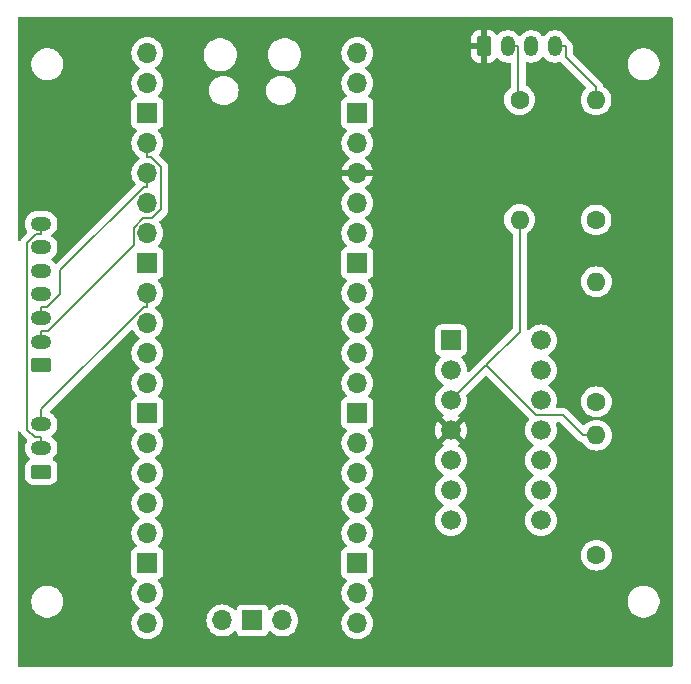
<source format=gbr>
%TF.GenerationSoftware,KiCad,Pcbnew,8.0.5*%
%TF.CreationDate,2024-10-21T18:00:16-04:00*%
%TF.ProjectId,Sensing_PCB,53656e73-696e-4675-9f50-43422e6b6963,rev?*%
%TF.SameCoordinates,Original*%
%TF.FileFunction,Copper,L2,Bot*%
%TF.FilePolarity,Positive*%
%FSLAX46Y46*%
G04 Gerber Fmt 4.6, Leading zero omitted, Abs format (unit mm)*
G04 Created by KiCad (PCBNEW 8.0.5) date 2024-10-21 18:00:16*
%MOMM*%
%LPD*%
G01*
G04 APERTURE LIST*
G04 Aperture macros list*
%AMRoundRect*
0 Rectangle with rounded corners*
0 $1 Rounding radius*
0 $2 $3 $4 $5 $6 $7 $8 $9 X,Y pos of 4 corners*
0 Add a 4 corners polygon primitive as box body*
4,1,4,$2,$3,$4,$5,$6,$7,$8,$9,$2,$3,0*
0 Add four circle primitives for the rounded corners*
1,1,$1+$1,$2,$3*
1,1,$1+$1,$4,$5*
1,1,$1+$1,$6,$7*
1,1,$1+$1,$8,$9*
0 Add four rect primitives between the rounded corners*
20,1,$1+$1,$2,$3,$4,$5,0*
20,1,$1+$1,$4,$5,$6,$7,0*
20,1,$1+$1,$6,$7,$8,$9,0*
20,1,$1+$1,$8,$9,$2,$3,0*%
G04 Aperture macros list end*
%TA.AperFunction,ComponentPad*%
%ADD10C,1.600000*%
%TD*%
%TA.AperFunction,ComponentPad*%
%ADD11O,1.600000X1.600000*%
%TD*%
%TA.AperFunction,ComponentPad*%
%ADD12R,1.676400X1.676400*%
%TD*%
%TA.AperFunction,ComponentPad*%
%ADD13C,1.676400*%
%TD*%
%TA.AperFunction,ComponentPad*%
%ADD14RoundRect,0.250000X0.625000X-0.350000X0.625000X0.350000X-0.625000X0.350000X-0.625000X-0.350000X0*%
%TD*%
%TA.AperFunction,ComponentPad*%
%ADD15O,1.750000X1.200000*%
%TD*%
%TA.AperFunction,ComponentPad*%
%ADD16O,1.700000X1.700000*%
%TD*%
%TA.AperFunction,ComponentPad*%
%ADD17R,1.700000X1.700000*%
%TD*%
%TA.AperFunction,ComponentPad*%
%ADD18RoundRect,0.250000X-0.350000X-0.625000X0.350000X-0.625000X0.350000X0.625000X-0.350000X0.625000X0*%
%TD*%
%TA.AperFunction,ComponentPad*%
%ADD19O,1.200000X1.750000*%
%TD*%
%TA.AperFunction,Conductor*%
%ADD20C,0.200000*%
%TD*%
G04 APERTURE END LIST*
D10*
%TO.P,R2,1*%
%TO.N,/GND*%
X183000000Y-153580000D03*
D11*
%TO.P,R2,2*%
%TO.N,Net-(U3-POS1)*%
X183000000Y-143420000D03*
%TD*%
D12*
%TO.P,U3,1,OUT1*%
%TO.N,/ADC*%
X170690000Y-135380000D03*
D13*
%TO.P,U3,2,NEG1*%
%TO.N,/OUT1*%
X170690000Y-137920000D03*
%TO.P,U3,3,POS1*%
%TO.N,Net-(U3-POS1)*%
X170690000Y-140460000D03*
%TO.P,U3,4,V+*%
%TO.N,/3V3_Chamber*%
X170690000Y-143000000D03*
%TO.P,U3,5,POS2*%
%TO.N,unconnected-(U3-POS2-Pad5)*%
X170690000Y-145540000D03*
%TO.P,U3,6,NEG2*%
%TO.N,unconnected-(U3-NEG2-Pad6)*%
X170690000Y-148080000D03*
%TO.P,U3,7,OUT2*%
%TO.N,unconnected-(U3-OUT2-Pad7)*%
X170690000Y-150620000D03*
%TO.P,U3,8,OUT3*%
%TO.N,unconnected-(U3-OUT3-Pad8)*%
X178310000Y-150620000D03*
%TO.P,U3,9,NEG3*%
%TO.N,unconnected-(U3-NEG3-Pad9)*%
X178310000Y-148080000D03*
%TO.P,U3,10,POS3*%
%TO.N,unconnected-(U3-POS3-Pad10)*%
X178310000Y-145540000D03*
%TO.P,U3,11,V-*%
%TO.N,/GND*%
X178310000Y-143000000D03*
%TO.P,U3,12,POS4*%
%TO.N,unconnected-(U3-POS4-Pad12)*%
X178310000Y-140460000D03*
%TO.P,U3,13,NEG4*%
%TO.N,unconnected-(U3-NEG4-Pad13)*%
X178310000Y-137920000D03*
%TO.P,U3,14,OUT4*%
%TO.N,unconnected-(U3-OUT4-Pad14)*%
X178310000Y-135380000D03*
%TD*%
D14*
%TO.P,J1,1,Pin_1*%
%TO.N,/GND*%
X136000000Y-137500000D03*
D15*
%TO.P,J1,2,Pin_2*%
%TO.N,/I2C1_SDA*%
X136000000Y-135500000D03*
%TO.P,J1,3,Pin_3*%
%TO.N,/I2C1_SCL*%
X136000000Y-133500000D03*
%TO.P,J1,4,Pin_4*%
%TO.N,/I2C0_SDA*%
X136000000Y-131500000D03*
%TO.P,J1,5,Pin_5*%
%TO.N,/I2C0_SCL*%
X136000000Y-129500000D03*
%TO.P,J1,6,Pin_6*%
%TO.N,/3V3*%
X136000000Y-127500000D03*
%TO.P,J1,7,Pin_7*%
%TO.N,/5V*%
X136000000Y-125500000D03*
%TD*%
D10*
%TO.P,R4,1*%
%TO.N,/OUT1*%
X183000000Y-140580000D03*
D11*
%TO.P,R4,2*%
%TO.N,/ADC*%
X183000000Y-130420000D03*
%TD*%
D14*
%TO.P,J3,1,Pin_1*%
%TO.N,/GND*%
X136000000Y-146500000D03*
D15*
%TO.P,J3,2,Pin_2*%
%TO.N,/5V*%
X136000000Y-144500000D03*
%TO.P,J3,3,Pin_3*%
%TO.N,/SERVO*%
X136000000Y-142500000D03*
%TD*%
D10*
%TO.P,R3,1*%
%TO.N,/OUT1*%
X182972900Y-125193600D03*
D11*
%TO.P,R3,2*%
%TO.N,/FS_OUTPUT(-)*%
X182972900Y-115033600D03*
%TD*%
D16*
%TO.P,U4,1,GPIO0*%
%TO.N,unconnected-(U4-GPIO0-Pad1)_1*%
X144985000Y-111070000D03*
%TO.P,U4,2,GPIO1*%
%TO.N,unconnected-(U4-GPIO1-Pad2)*%
X144985000Y-113610000D03*
D17*
%TO.P,U4,3,GND*%
%TO.N,unconnected-(U4-GND-Pad3)_1*%
X144985000Y-116150000D03*
D16*
%TO.P,U4,4,GPIO2*%
%TO.N,/I2C1_SDA*%
X144985000Y-118690000D03*
%TO.P,U4,5,GPIO3*%
%TO.N,/I2C1_SCL*%
X144985000Y-121230000D03*
%TO.P,U4,6,GPIO4*%
%TO.N,/I2C0_SDA*%
X144985000Y-123770000D03*
%TO.P,U4,7,GPIO5*%
%TO.N,/I2C0_SCL*%
X144985000Y-126310000D03*
D17*
%TO.P,U4,8,GND*%
%TO.N,/GND*%
X144985000Y-128850000D03*
D16*
%TO.P,U4,9,GPIO6*%
%TO.N,/SERVO*%
X144985000Y-131390000D03*
%TO.P,U4,10,GPIO7*%
%TO.N,unconnected-(U4-GPIO7-Pad10)_1*%
X144985000Y-133930000D03*
%TO.P,U4,11,GPIO8*%
%TO.N,unconnected-(U4-GPIO8-Pad11)_1*%
X144985000Y-136470000D03*
%TO.P,U4,12,GPIO9*%
%TO.N,unconnected-(U4-GPIO9-Pad12)_1*%
X144985000Y-139010000D03*
D17*
%TO.P,U4,13,GND*%
%TO.N,unconnected-(U4-GND-Pad13)_1*%
X144985000Y-141550000D03*
D16*
%TO.P,U4,14,GPIO10*%
%TO.N,unconnected-(U4-GPIO10-Pad14)_1*%
X144985000Y-144090000D03*
%TO.P,U4,15,GPIO11*%
%TO.N,unconnected-(U4-GPIO11-Pad15)_1*%
X144985000Y-146630000D03*
%TO.P,U4,16,GPIO12*%
%TO.N,unconnected-(U4-GPIO12-Pad16)*%
X144985000Y-149170000D03*
%TO.P,U4,17,GPIO13*%
%TO.N,unconnected-(U4-GPIO13-Pad17)_1*%
X144985000Y-151710000D03*
D17*
%TO.P,U4,18,GND*%
%TO.N,unconnected-(U4-GND-Pad18)_1*%
X144985000Y-154250000D03*
D16*
%TO.P,U4,19,GPIO14*%
%TO.N,unconnected-(U4-GPIO14-Pad19)*%
X144985000Y-156790000D03*
%TO.P,U4,20,GPIO15*%
%TO.N,unconnected-(U4-GPIO15-Pad20)*%
X144985000Y-159330000D03*
%TO.P,U4,21,GPIO16*%
%TO.N,unconnected-(U4-GPIO16-Pad21)*%
X162765000Y-159330000D03*
%TO.P,U4,22,GPIO17*%
%TO.N,unconnected-(U4-GPIO17-Pad22)_1*%
X162765000Y-156790000D03*
D17*
%TO.P,U4,23,GND*%
%TO.N,/GND*%
X162765000Y-154250000D03*
D16*
%TO.P,U4,24,GPIO18*%
%TO.N,unconnected-(U4-GPIO18-Pad24)_1*%
X162765000Y-151710000D03*
%TO.P,U4,25,GPIO19*%
%TO.N,unconnected-(U4-GPIO19-Pad25)_1*%
X162765000Y-149170000D03*
%TO.P,U4,26,GPIO20*%
%TO.N,unconnected-(U4-GPIO20-Pad26)*%
X162765000Y-146630000D03*
%TO.P,U4,27,GPIO21*%
%TO.N,unconnected-(U4-GPIO21-Pad27)_1*%
X162765000Y-144090000D03*
D17*
%TO.P,U4,28,GND*%
%TO.N,/GND*%
X162765000Y-141550000D03*
D16*
%TO.P,U4,29,GPIO22*%
%TO.N,unconnected-(U4-GPIO22-Pad29)_1*%
X162765000Y-139010000D03*
%TO.P,U4,30,RUN*%
%TO.N,unconnected-(U4-RUN-Pad30)_1*%
X162765000Y-136470000D03*
%TO.P,U4,31,GPIO26_ADC0*%
%TO.N,/ADC*%
X162765000Y-133930000D03*
%TO.P,U4,32,GPIO27_ADC1*%
%TO.N,unconnected-(U4-GPIO27_ADC1-Pad32)*%
X162765000Y-131390000D03*
D17*
%TO.P,U4,33,AGND*%
%TO.N,unconnected-(U4-AGND-Pad33)_1*%
X162765000Y-128850000D03*
D16*
%TO.P,U4,34,GPIO28_ADC2*%
%TO.N,unconnected-(U4-GPIO28_ADC2-Pad34)_1*%
X162765000Y-126310000D03*
%TO.P,U4,35,ADC_VREF*%
%TO.N,unconnected-(U4-ADC_VREF-Pad35)_1*%
X162765000Y-123770000D03*
%TO.P,U4,36,3V3*%
%TO.N,/3V3_Chamber*%
X162765000Y-121230000D03*
%TO.P,U4,37,3V3_EN*%
%TO.N,unconnected-(U4-3V3_EN-Pad37)_1*%
X162765000Y-118690000D03*
D17*
%TO.P,U4,38,GND*%
%TO.N,/GND*%
X162765000Y-116150000D03*
D16*
%TO.P,U4,39,VSYS*%
%TO.N,/3V3*%
X162765000Y-113610000D03*
%TO.P,U4,40,VBUS*%
%TO.N,unconnected-(U4-VBUS-Pad40)*%
X162765000Y-111070000D03*
%TO.P,U4,41,SWCLK*%
%TO.N,unconnected-(U4-SWCLK-Pad41)*%
X151335000Y-159100000D03*
D17*
%TO.P,U4,42,GND*%
%TO.N,unconnected-(U4-GND-Pad42)*%
X153875000Y-159100000D03*
D16*
%TO.P,U4,43,SWDIO*%
%TO.N,unconnected-(U4-SWDIO-Pad43)*%
X156415000Y-159100000D03*
%TD*%
D10*
%TO.P,R1,1*%
%TO.N,/FS_OUTPUT(+)*%
X176500000Y-115000000D03*
D11*
%TO.P,R1,2*%
%TO.N,Net-(U3-POS1)*%
X176500000Y-125160000D03*
%TD*%
D18*
%TO.P,J2,1,Pin_1*%
%TO.N,/3V3_Chamber*%
X173500000Y-110500000D03*
D19*
%TO.P,J2,2,Pin_2*%
%TO.N,/FS_OUTPUT(+)*%
X175500000Y-110500000D03*
%TO.P,J2,3,Pin_3*%
%TO.N,/GND*%
X177500000Y-110500000D03*
%TO.P,J2,4,Pin_4*%
%TO.N,/FS_OUTPUT(-)*%
X179500000Y-110500000D03*
%TD*%
D20*
%TO.N,/SERVO*%
X144697100Y-132541700D02*
X136000000Y-141238800D01*
X144985000Y-132541700D02*
X144697100Y-132541700D01*
X144985000Y-131390000D02*
X144985000Y-132541700D01*
X136000000Y-141238800D02*
X136000000Y-142500000D01*
%TO.N,/5V*%
X136000000Y-144500000D02*
X136000000Y-143598300D01*
X135513500Y-126401700D02*
X136000000Y-126401700D01*
X135436400Y-143598300D02*
X134809600Y-142971500D01*
X136000000Y-143598300D02*
X135436400Y-143598300D01*
X134809600Y-142971500D02*
X134809600Y-127105600D01*
X136000000Y-125500000D02*
X136000000Y-126401700D01*
X134809600Y-127105600D02*
X135513500Y-126401700D01*
%TO.N,Net-(U3-POS1)*%
X173671800Y-137478200D02*
X177923600Y-141730000D01*
X183000000Y-143420000D02*
X181898300Y-143420000D01*
X176500000Y-134650000D02*
X173671800Y-137478200D01*
X173671800Y-137478200D02*
X170690000Y-140460000D01*
X180208300Y-141730000D02*
X181898300Y-143420000D01*
X177923600Y-141730000D02*
X180208300Y-141730000D01*
X176500000Y-125160000D02*
X176500000Y-134650000D01*
%TO.N,/FS_OUTPUT(-)*%
X180401700Y-110500000D02*
X180401700Y-111360700D01*
X182972900Y-115033600D02*
X182972900Y-113931900D01*
X179500000Y-110500000D02*
X180401700Y-110500000D01*
X180401700Y-111360700D02*
X182972900Y-113931900D01*
%TO.N,/FS_OUTPUT(+)*%
X175500000Y-110500000D02*
X176401700Y-110500000D01*
X176401700Y-114901700D02*
X176500000Y-115000000D01*
X176401700Y-110500000D02*
X176401700Y-114901700D01*
%TO.N,/I2C1_SCL*%
X144697100Y-122381700D02*
X137622000Y-129456800D01*
X136000000Y-133500000D02*
X136000000Y-132598300D01*
X136486500Y-132598300D02*
X136000000Y-132598300D01*
X144985000Y-121230000D02*
X144985000Y-122381700D01*
X137622000Y-131462800D02*
X136486500Y-132598300D01*
X144985000Y-122381700D02*
X144697100Y-122381700D01*
X137622000Y-129456800D02*
X137622000Y-131462800D01*
%TO.N,/I2C1_SDA*%
X136563600Y-134598300D02*
X143833300Y-127328600D01*
X143833300Y-127328600D02*
X143833300Y-125832900D01*
X146137900Y-120726100D02*
X145253500Y-119841700D01*
X145253500Y-119841700D02*
X144985000Y-119841700D01*
X144985000Y-118690000D02*
X144985000Y-119841700D01*
X144626200Y-125040000D02*
X145380700Y-125040000D01*
X143833300Y-125832900D02*
X144626200Y-125040000D01*
X136000000Y-134598300D02*
X136563600Y-134598300D01*
X146137900Y-124282800D02*
X146137900Y-120726100D01*
X136000000Y-135500000D02*
X136000000Y-134598300D01*
X145380700Y-125040000D02*
X146137900Y-124282800D01*
%TD*%
%TA.AperFunction,Conductor*%
%TO.N,/3V3_Chamber*%
G36*
X189442539Y-108020185D02*
G01*
X189488294Y-108072989D01*
X189499500Y-108124500D01*
X189499500Y-162875500D01*
X189479815Y-162942539D01*
X189427011Y-162988294D01*
X189375500Y-162999500D01*
X134124500Y-162999500D01*
X134057461Y-162979815D01*
X134011706Y-162927011D01*
X134000500Y-162875500D01*
X134000500Y-157393713D01*
X135149500Y-157393713D01*
X135149500Y-157606286D01*
X135181163Y-157806202D01*
X135182754Y-157816243D01*
X135246685Y-158013002D01*
X135248444Y-158018414D01*
X135344951Y-158207820D01*
X135469890Y-158379786D01*
X135620213Y-158530109D01*
X135792179Y-158655048D01*
X135792181Y-158655049D01*
X135792184Y-158655051D01*
X135981588Y-158751557D01*
X136183757Y-158817246D01*
X136393713Y-158850500D01*
X136393714Y-158850500D01*
X136606286Y-158850500D01*
X136606287Y-158850500D01*
X136816243Y-158817246D01*
X137018412Y-158751557D01*
X137207816Y-158655051D01*
X137233577Y-158636335D01*
X137379786Y-158530109D01*
X137379788Y-158530106D01*
X137379792Y-158530104D01*
X137530104Y-158379792D01*
X137530106Y-158379788D01*
X137530109Y-158379786D01*
X137655048Y-158207820D01*
X137655047Y-158207820D01*
X137655051Y-158207816D01*
X137751557Y-158018412D01*
X137817246Y-157816243D01*
X137850500Y-157606287D01*
X137850500Y-157393713D01*
X137817246Y-157183757D01*
X137751557Y-156981588D01*
X137655051Y-156792184D01*
X137655049Y-156792181D01*
X137655048Y-156792179D01*
X137530109Y-156620213D01*
X137379786Y-156469890D01*
X137207820Y-156344951D01*
X137018414Y-156248444D01*
X137018413Y-156248443D01*
X137018412Y-156248443D01*
X136816243Y-156182754D01*
X136816241Y-156182753D01*
X136816240Y-156182753D01*
X136654957Y-156157208D01*
X136606287Y-156149500D01*
X136393713Y-156149500D01*
X136345042Y-156157208D01*
X136183760Y-156182753D01*
X135981585Y-156248444D01*
X135792179Y-156344951D01*
X135620213Y-156469890D01*
X135469890Y-156620213D01*
X135344951Y-156792179D01*
X135248444Y-156981585D01*
X135182753Y-157183760D01*
X135149500Y-157393713D01*
X134000500Y-157393713D01*
X134000500Y-143213926D01*
X134020185Y-143146887D01*
X134072989Y-143101132D01*
X134142147Y-143091188D01*
X134205703Y-143120213D01*
X134243477Y-143178991D01*
X134244266Y-143181800D01*
X134250023Y-143203285D01*
X134257898Y-143216925D01*
X134257899Y-143216928D01*
X134257900Y-143216928D01*
X134329077Y-143340212D01*
X134329081Y-143340217D01*
X134447949Y-143459085D01*
X134447955Y-143459090D01*
X134763398Y-143774533D01*
X134796883Y-143835856D01*
X134791899Y-143905548D01*
X134785526Y-143918640D01*
X134785980Y-143918872D01*
X134783770Y-143923209D01*
X134783768Y-143923212D01*
X134755049Y-143979577D01*
X134705128Y-144077552D01*
X134651597Y-144242302D01*
X134624500Y-144413389D01*
X134624500Y-144586610D01*
X134643351Y-144705635D01*
X134651598Y-144757701D01*
X134705127Y-144922445D01*
X134783768Y-145076788D01*
X134885586Y-145216928D01*
X134885588Y-145216930D01*
X134993127Y-145324469D01*
X135026612Y-145385792D01*
X135021628Y-145455484D01*
X134979756Y-145511417D01*
X134970544Y-145517688D01*
X134906344Y-145557287D01*
X134782289Y-145681342D01*
X134690187Y-145830663D01*
X134690186Y-145830666D01*
X134635001Y-145997203D01*
X134635001Y-145997204D01*
X134635000Y-145997204D01*
X134624500Y-146099983D01*
X134624500Y-146900001D01*
X134624501Y-146900019D01*
X134635000Y-147002796D01*
X134635001Y-147002799D01*
X134665108Y-147093655D01*
X134690186Y-147169334D01*
X134782288Y-147318656D01*
X134906344Y-147442712D01*
X135055666Y-147534814D01*
X135222203Y-147589999D01*
X135324991Y-147600500D01*
X136675008Y-147600499D01*
X136777797Y-147589999D01*
X136944334Y-147534814D01*
X137093656Y-147442712D01*
X137217712Y-147318656D01*
X137309814Y-147169334D01*
X137364999Y-147002797D01*
X137375500Y-146900009D01*
X137375499Y-146099992D01*
X137364999Y-145997203D01*
X137309814Y-145830666D01*
X137217712Y-145681344D01*
X137093656Y-145557288D01*
X137093652Y-145557285D01*
X137029456Y-145517688D01*
X136982731Y-145465740D01*
X136971510Y-145396777D01*
X136999353Y-145332695D01*
X137006850Y-145324491D01*
X137114414Y-145216928D01*
X137216232Y-145076788D01*
X137294873Y-144922445D01*
X137348402Y-144757701D01*
X137375500Y-144586611D01*
X137375500Y-144413389D01*
X137348402Y-144242299D01*
X137294873Y-144077555D01*
X137216232Y-143923212D01*
X137114414Y-143783072D01*
X136991928Y-143660586D01*
X136908975Y-143600317D01*
X136866311Y-143544988D01*
X136860332Y-143475374D01*
X136892938Y-143413579D01*
X136908976Y-143399682D01*
X136991928Y-143339414D01*
X137114414Y-143216928D01*
X137216232Y-143076788D01*
X137294873Y-142922445D01*
X137348402Y-142757701D01*
X137375500Y-142586611D01*
X137375500Y-142413389D01*
X137348402Y-142242299D01*
X137294873Y-142077555D01*
X137216232Y-141923212D01*
X137114414Y-141783072D01*
X136991928Y-141660586D01*
X136881076Y-141580047D01*
X136851786Y-141558766D01*
X136790199Y-141527387D01*
X136739403Y-141479413D01*
X136722607Y-141411592D01*
X136745144Y-141345457D01*
X136758806Y-141329227D01*
X143580558Y-134507476D01*
X143641879Y-134473993D01*
X143711571Y-134478977D01*
X143767504Y-134520849D01*
X143780619Y-134542753D01*
X143810965Y-134607830D01*
X143810966Y-134607832D01*
X143810967Y-134607833D01*
X143810967Y-134607834D01*
X143946501Y-134801395D01*
X143946506Y-134801402D01*
X144113597Y-134968493D01*
X144113603Y-134968498D01*
X144299158Y-135098425D01*
X144342783Y-135153002D01*
X144349977Y-135222500D01*
X144318454Y-135284855D01*
X144299158Y-135301575D01*
X144113597Y-135431505D01*
X143946505Y-135598597D01*
X143810965Y-135792169D01*
X143810964Y-135792171D01*
X143711098Y-136006335D01*
X143711094Y-136006344D01*
X143649938Y-136234586D01*
X143649936Y-136234596D01*
X143629341Y-136469999D01*
X143629341Y-136470000D01*
X143649936Y-136705403D01*
X143649938Y-136705413D01*
X143711094Y-136933655D01*
X143711096Y-136933659D01*
X143711097Y-136933663D01*
X143768241Y-137056208D01*
X143810965Y-137147830D01*
X143810967Y-137147834D01*
X143946501Y-137341395D01*
X143946506Y-137341402D01*
X144113597Y-137508493D01*
X144113603Y-137508498D01*
X144299158Y-137638425D01*
X144342783Y-137693002D01*
X144349977Y-137762500D01*
X144318454Y-137824855D01*
X144299158Y-137841575D01*
X144113597Y-137971505D01*
X143946505Y-138138597D01*
X143810965Y-138332169D01*
X143810964Y-138332171D01*
X143711098Y-138546335D01*
X143711094Y-138546344D01*
X143649938Y-138774586D01*
X143649936Y-138774596D01*
X143629341Y-139009999D01*
X143629341Y-139010000D01*
X143649936Y-139245403D01*
X143649938Y-139245413D01*
X143711094Y-139473655D01*
X143711096Y-139473659D01*
X143711097Y-139473663D01*
X143768241Y-139596208D01*
X143810965Y-139687830D01*
X143810967Y-139687834D01*
X143919281Y-139842521D01*
X143946501Y-139881396D01*
X143946506Y-139881402D01*
X144068430Y-140003326D01*
X144101915Y-140064649D01*
X144096931Y-140134341D01*
X144055059Y-140190274D01*
X144024083Y-140207189D01*
X143892669Y-140256203D01*
X143892664Y-140256206D01*
X143777455Y-140342452D01*
X143777452Y-140342455D01*
X143691206Y-140457664D01*
X143691202Y-140457671D01*
X143640908Y-140592517D01*
X143634501Y-140652116D01*
X143634501Y-140652123D01*
X143634500Y-140652135D01*
X143634500Y-142447870D01*
X143634501Y-142447876D01*
X143640908Y-142507483D01*
X143691202Y-142642328D01*
X143691206Y-142642335D01*
X143777452Y-142757544D01*
X143777455Y-142757547D01*
X143892664Y-142843793D01*
X143892671Y-142843797D01*
X144024081Y-142892810D01*
X144080015Y-142934681D01*
X144104432Y-143000145D01*
X144089580Y-143068418D01*
X144068430Y-143096673D01*
X143946503Y-143218600D01*
X143810965Y-143412169D01*
X143810964Y-143412171D01*
X143711098Y-143626335D01*
X143711094Y-143626344D01*
X143649938Y-143854586D01*
X143649936Y-143854596D01*
X143629341Y-144089999D01*
X143629341Y-144090000D01*
X143649936Y-144325403D01*
X143649938Y-144325413D01*
X143711094Y-144553655D01*
X143711096Y-144553659D01*
X143711097Y-144553663D01*
X143726461Y-144586611D01*
X143810965Y-144767830D01*
X143810967Y-144767834D01*
X143946501Y-144961395D01*
X143946506Y-144961402D01*
X144113597Y-145128493D01*
X144113603Y-145128498D01*
X144299158Y-145258425D01*
X144342783Y-145313002D01*
X144349977Y-145382500D01*
X144318454Y-145444855D01*
X144299158Y-145461575D01*
X144113597Y-145591505D01*
X143946505Y-145758597D01*
X143810965Y-145952169D01*
X143810964Y-145952171D01*
X143711098Y-146166335D01*
X143711094Y-146166344D01*
X143649938Y-146394586D01*
X143649936Y-146394596D01*
X143629341Y-146629999D01*
X143629341Y-146630000D01*
X143649936Y-146865403D01*
X143649938Y-146865413D01*
X143711094Y-147093655D01*
X143711096Y-147093659D01*
X143711097Y-147093663D01*
X143746382Y-147169331D01*
X143810965Y-147307830D01*
X143810967Y-147307834D01*
X143946501Y-147501395D01*
X143946506Y-147501402D01*
X144113597Y-147668493D01*
X144113603Y-147668498D01*
X144299158Y-147798425D01*
X144342783Y-147853002D01*
X144349977Y-147922500D01*
X144318454Y-147984855D01*
X144299158Y-148001575D01*
X144113597Y-148131505D01*
X143946505Y-148298597D01*
X143810965Y-148492169D01*
X143810964Y-148492171D01*
X143711098Y-148706335D01*
X143711094Y-148706344D01*
X143649938Y-148934586D01*
X143649936Y-148934596D01*
X143629341Y-149169999D01*
X143629341Y-149170000D01*
X143649936Y-149405403D01*
X143649938Y-149405413D01*
X143711094Y-149633655D01*
X143711096Y-149633659D01*
X143711097Y-149633663D01*
X143768241Y-149756208D01*
X143810965Y-149847830D01*
X143810967Y-149847834D01*
X143946501Y-150041395D01*
X143946506Y-150041402D01*
X144113597Y-150208493D01*
X144113603Y-150208498D01*
X144299158Y-150338425D01*
X144342783Y-150393002D01*
X144349977Y-150462500D01*
X144318454Y-150524855D01*
X144299158Y-150541575D01*
X144113597Y-150671505D01*
X143946505Y-150838597D01*
X143810965Y-151032169D01*
X143810964Y-151032171D01*
X143711098Y-151246335D01*
X143711094Y-151246344D01*
X143649938Y-151474586D01*
X143649936Y-151474596D01*
X143629341Y-151709999D01*
X143629341Y-151710000D01*
X143649936Y-151945403D01*
X143649938Y-151945413D01*
X143711094Y-152173655D01*
X143711096Y-152173659D01*
X143711097Y-152173663D01*
X143767382Y-152294366D01*
X143810965Y-152387830D01*
X143810967Y-152387834D01*
X143854099Y-152449432D01*
X143946501Y-152581396D01*
X143946506Y-152581402D01*
X144068430Y-152703326D01*
X144101915Y-152764649D01*
X144096931Y-152834341D01*
X144055059Y-152890274D01*
X144024083Y-152907189D01*
X143892669Y-152956203D01*
X143892664Y-152956206D01*
X143777455Y-153042452D01*
X143777452Y-153042455D01*
X143691206Y-153157664D01*
X143691202Y-153157671D01*
X143640908Y-153292517D01*
X143634501Y-153352116D01*
X143634501Y-153352123D01*
X143634500Y-153352135D01*
X143634500Y-155147870D01*
X143634501Y-155147876D01*
X143640908Y-155207483D01*
X143691202Y-155342328D01*
X143691206Y-155342335D01*
X143777452Y-155457544D01*
X143777455Y-155457547D01*
X143892664Y-155543793D01*
X143892671Y-155543797D01*
X144024081Y-155592810D01*
X144080015Y-155634681D01*
X144104432Y-155700145D01*
X144089580Y-155768418D01*
X144068430Y-155796673D01*
X143946503Y-155918600D01*
X143810965Y-156112169D01*
X143810964Y-156112171D01*
X143711098Y-156326335D01*
X143711094Y-156326344D01*
X143649938Y-156554586D01*
X143649936Y-156554596D01*
X143629341Y-156789999D01*
X143629341Y-156790000D01*
X143649936Y-157025403D01*
X143649938Y-157025413D01*
X143711094Y-157253655D01*
X143711096Y-157253659D01*
X143711097Y-157253663D01*
X143776404Y-157393713D01*
X143810965Y-157467830D01*
X143810967Y-157467834D01*
X143946501Y-157661395D01*
X143946506Y-157661402D01*
X144113597Y-157828493D01*
X144113603Y-157828498D01*
X144299158Y-157958425D01*
X144342783Y-158013002D01*
X144349977Y-158082500D01*
X144318454Y-158144855D01*
X144299158Y-158161575D01*
X144113597Y-158291505D01*
X143946505Y-158458597D01*
X143810965Y-158652169D01*
X143810964Y-158652171D01*
X143711098Y-158866335D01*
X143711094Y-158866344D01*
X143649938Y-159094586D01*
X143649936Y-159094596D01*
X143629341Y-159329999D01*
X143629341Y-159330000D01*
X143649936Y-159565403D01*
X143649938Y-159565413D01*
X143711094Y-159793655D01*
X143711096Y-159793659D01*
X143711097Y-159793663D01*
X143806322Y-159997873D01*
X143810965Y-160007830D01*
X143810967Y-160007834D01*
X143902456Y-160138493D01*
X143946505Y-160201401D01*
X144113599Y-160368495D01*
X144149733Y-160393796D01*
X144307165Y-160504032D01*
X144307167Y-160504033D01*
X144307170Y-160504035D01*
X144521337Y-160603903D01*
X144749592Y-160665063D01*
X144937918Y-160681539D01*
X144984999Y-160685659D01*
X144985000Y-160685659D01*
X144985001Y-160685659D01*
X145024234Y-160682226D01*
X145220408Y-160665063D01*
X145448663Y-160603903D01*
X145662830Y-160504035D01*
X145856401Y-160368495D01*
X146023495Y-160201401D01*
X146159035Y-160007830D01*
X146258903Y-159793663D01*
X146320063Y-159565408D01*
X146340659Y-159330000D01*
X146320536Y-159099999D01*
X149979341Y-159099999D01*
X149979341Y-159100000D01*
X149999936Y-159335403D01*
X149999938Y-159335413D01*
X150061094Y-159563655D01*
X150061096Y-159563659D01*
X150061097Y-159563663D01*
X150145499Y-159744663D01*
X150160965Y-159777830D01*
X150160967Y-159777834D01*
X150269281Y-159932521D01*
X150296505Y-159971401D01*
X150463599Y-160138495D01*
X150553429Y-160201395D01*
X150657165Y-160274032D01*
X150657167Y-160274033D01*
X150657170Y-160274035D01*
X150871337Y-160373903D01*
X151099592Y-160435063D01*
X151276034Y-160450500D01*
X151334999Y-160455659D01*
X151335000Y-160455659D01*
X151335001Y-160455659D01*
X151393966Y-160450500D01*
X151570408Y-160435063D01*
X151798663Y-160373903D01*
X152012830Y-160274035D01*
X152206401Y-160138495D01*
X152328329Y-160016566D01*
X152389648Y-159983084D01*
X152459340Y-159988068D01*
X152515274Y-160029939D01*
X152532189Y-160060917D01*
X152581202Y-160192328D01*
X152581206Y-160192335D01*
X152667452Y-160307544D01*
X152667455Y-160307547D01*
X152782664Y-160393793D01*
X152782671Y-160393797D01*
X152917517Y-160444091D01*
X152917516Y-160444091D01*
X152924444Y-160444835D01*
X152977127Y-160450500D01*
X154772872Y-160450499D01*
X154832483Y-160444091D01*
X154967331Y-160393796D01*
X155082546Y-160307546D01*
X155168796Y-160192331D01*
X155217810Y-160060916D01*
X155259681Y-160004984D01*
X155325145Y-159980566D01*
X155393418Y-159995417D01*
X155421673Y-160016569D01*
X155543599Y-160138495D01*
X155633429Y-160201395D01*
X155737165Y-160274032D01*
X155737167Y-160274033D01*
X155737170Y-160274035D01*
X155951337Y-160373903D01*
X156179592Y-160435063D01*
X156356034Y-160450500D01*
X156414999Y-160455659D01*
X156415000Y-160455659D01*
X156415001Y-160455659D01*
X156473966Y-160450500D01*
X156650408Y-160435063D01*
X156878663Y-160373903D01*
X157092830Y-160274035D01*
X157286401Y-160138495D01*
X157453495Y-159971401D01*
X157589035Y-159777830D01*
X157688903Y-159563663D01*
X157750063Y-159335408D01*
X157770659Y-159100000D01*
X157750063Y-158864592D01*
X157688903Y-158636337D01*
X157589035Y-158422171D01*
X157497540Y-158291501D01*
X157453494Y-158228597D01*
X157286402Y-158061506D01*
X157286395Y-158061501D01*
X157284251Y-158060000D01*
X157209518Y-158007671D01*
X157092834Y-157925967D01*
X157092830Y-157925965D01*
X157092828Y-157925964D01*
X156878663Y-157826097D01*
X156878659Y-157826096D01*
X156878655Y-157826094D01*
X156650413Y-157764938D01*
X156650403Y-157764936D01*
X156415001Y-157744341D01*
X156414999Y-157744341D01*
X156179596Y-157764936D01*
X156179586Y-157764938D01*
X155951344Y-157826094D01*
X155951335Y-157826098D01*
X155737171Y-157925964D01*
X155737169Y-157925965D01*
X155543600Y-158061503D01*
X155421673Y-158183430D01*
X155360350Y-158216914D01*
X155290658Y-158211930D01*
X155234725Y-158170058D01*
X155217810Y-158139081D01*
X155168797Y-158007671D01*
X155168793Y-158007664D01*
X155082547Y-157892455D01*
X155082544Y-157892452D01*
X154967335Y-157806206D01*
X154967328Y-157806202D01*
X154832482Y-157755908D01*
X154832483Y-157755908D01*
X154772883Y-157749501D01*
X154772881Y-157749500D01*
X154772873Y-157749500D01*
X154772864Y-157749500D01*
X152977129Y-157749500D01*
X152977123Y-157749501D01*
X152917516Y-157755908D01*
X152782671Y-157806202D01*
X152782664Y-157806206D01*
X152667455Y-157892452D01*
X152667452Y-157892455D01*
X152581206Y-158007664D01*
X152581203Y-158007669D01*
X152532189Y-158139083D01*
X152490317Y-158195016D01*
X152424853Y-158219433D01*
X152356580Y-158204581D01*
X152328326Y-158183430D01*
X152206402Y-158061506D01*
X152206395Y-158061501D01*
X152204251Y-158060000D01*
X152129518Y-158007671D01*
X152012834Y-157925967D01*
X152012830Y-157925965D01*
X152012828Y-157925964D01*
X151798663Y-157826097D01*
X151798659Y-157826096D01*
X151798655Y-157826094D01*
X151570413Y-157764938D01*
X151570403Y-157764936D01*
X151335001Y-157744341D01*
X151334999Y-157744341D01*
X151099596Y-157764936D01*
X151099586Y-157764938D01*
X150871344Y-157826094D01*
X150871335Y-157826098D01*
X150657171Y-157925964D01*
X150657169Y-157925965D01*
X150463597Y-158061505D01*
X150296505Y-158228597D01*
X150160965Y-158422169D01*
X150160964Y-158422171D01*
X150061098Y-158636335D01*
X150061094Y-158636344D01*
X149999938Y-158864586D01*
X149999936Y-158864596D01*
X149979341Y-159099999D01*
X146320536Y-159099999D01*
X146320063Y-159094592D01*
X146258903Y-158866337D01*
X146159035Y-158652171D01*
X146073564Y-158530104D01*
X146023494Y-158458597D01*
X145856402Y-158291506D01*
X145856396Y-158291501D01*
X145670842Y-158161575D01*
X145627217Y-158106998D01*
X145620023Y-158037500D01*
X145651546Y-157975145D01*
X145670842Y-157958425D01*
X145717197Y-157925967D01*
X145856401Y-157828495D01*
X146023495Y-157661401D01*
X146159035Y-157467830D01*
X146258903Y-157253663D01*
X146320063Y-157025408D01*
X146340659Y-156790000D01*
X146320063Y-156554592D01*
X146258903Y-156326337D01*
X146159035Y-156112171D01*
X146023495Y-155918599D01*
X145901567Y-155796671D01*
X145868084Y-155735351D01*
X145873068Y-155665659D01*
X145914939Y-155609725D01*
X145945915Y-155592810D01*
X146077331Y-155543796D01*
X146192546Y-155457546D01*
X146278796Y-155342331D01*
X146329091Y-155207483D01*
X146335500Y-155147873D01*
X146335499Y-153352128D01*
X146329091Y-153292517D01*
X146278796Y-153157669D01*
X146278795Y-153157668D01*
X146278793Y-153157664D01*
X146192547Y-153042455D01*
X146192544Y-153042452D01*
X146077335Y-152956206D01*
X146077328Y-152956202D01*
X145945917Y-152907189D01*
X145889983Y-152865318D01*
X145865566Y-152799853D01*
X145880418Y-152731580D01*
X145901563Y-152703332D01*
X146023495Y-152581401D01*
X146159035Y-152387830D01*
X146258903Y-152173663D01*
X146320063Y-151945408D01*
X146340659Y-151710000D01*
X146320063Y-151474592D01*
X146258903Y-151246337D01*
X146159035Y-151032171D01*
X146033825Y-150853351D01*
X146023494Y-150838597D01*
X145856402Y-150671506D01*
X145856396Y-150671501D01*
X145670842Y-150541575D01*
X145627217Y-150486998D01*
X145620023Y-150417500D01*
X145651546Y-150355145D01*
X145670842Y-150338425D01*
X145693026Y-150322891D01*
X145856401Y-150208495D01*
X146023495Y-150041401D01*
X146159035Y-149847830D01*
X146258903Y-149633663D01*
X146320063Y-149405408D01*
X146340659Y-149170000D01*
X146320063Y-148934592D01*
X146258903Y-148706337D01*
X146159035Y-148492171D01*
X146033825Y-148313351D01*
X146023494Y-148298597D01*
X145856402Y-148131506D01*
X145856396Y-148131501D01*
X145670842Y-148001575D01*
X145627217Y-147946998D01*
X145620023Y-147877500D01*
X145651546Y-147815145D01*
X145670842Y-147798425D01*
X145693026Y-147782891D01*
X145856401Y-147668495D01*
X146023495Y-147501401D01*
X146159035Y-147307830D01*
X146258903Y-147093663D01*
X146320063Y-146865408D01*
X146340659Y-146630000D01*
X146320063Y-146394592D01*
X146258903Y-146166337D01*
X146159035Y-145952171D01*
X146033825Y-145773351D01*
X146023494Y-145758597D01*
X145856402Y-145591506D01*
X145856396Y-145591501D01*
X145670842Y-145461575D01*
X145627217Y-145406998D01*
X145620023Y-145337500D01*
X145651546Y-145275145D01*
X145670842Y-145258425D01*
X145730106Y-145216928D01*
X145856401Y-145128495D01*
X146023495Y-144961401D01*
X146159035Y-144767830D01*
X146258903Y-144553663D01*
X146320063Y-144325408D01*
X146340659Y-144090000D01*
X146320063Y-143854592D01*
X146264357Y-143646692D01*
X146258905Y-143626344D01*
X146258904Y-143626343D01*
X146258903Y-143626337D01*
X146159035Y-143412171D01*
X146150290Y-143399682D01*
X146023496Y-143218600D01*
X145983887Y-143178991D01*
X145901567Y-143096671D01*
X145868084Y-143035351D01*
X145873068Y-142965659D01*
X145914939Y-142909725D01*
X145945915Y-142892810D01*
X146077331Y-142843796D01*
X146192546Y-142757546D01*
X146278796Y-142642331D01*
X146329091Y-142507483D01*
X146335500Y-142447873D01*
X146335499Y-140652128D01*
X146329091Y-140592517D01*
X146324422Y-140580000D01*
X146278797Y-140457671D01*
X146278793Y-140457664D01*
X146192547Y-140342455D01*
X146192544Y-140342452D01*
X146077335Y-140256206D01*
X146077328Y-140256202D01*
X145945917Y-140207189D01*
X145889983Y-140165318D01*
X145865566Y-140099853D01*
X145880418Y-140031580D01*
X145901563Y-140003332D01*
X146023495Y-139881401D01*
X146159035Y-139687830D01*
X146258903Y-139473663D01*
X146320063Y-139245408D01*
X146340659Y-139010000D01*
X146320063Y-138774592D01*
X146258903Y-138546337D01*
X146159035Y-138332171D01*
X146149573Y-138318657D01*
X146023494Y-138138597D01*
X145856402Y-137971506D01*
X145856396Y-137971501D01*
X145670842Y-137841575D01*
X145627217Y-137786998D01*
X145620023Y-137717500D01*
X145651546Y-137655145D01*
X145670842Y-137638425D01*
X145774445Y-137565881D01*
X145856401Y-137508495D01*
X146023495Y-137341401D01*
X146159035Y-137147830D01*
X146258903Y-136933663D01*
X146320063Y-136705408D01*
X146340659Y-136470000D01*
X146320063Y-136234592D01*
X146258903Y-136006337D01*
X146159035Y-135792171D01*
X146134897Y-135757697D01*
X146023494Y-135598597D01*
X145856402Y-135431506D01*
X145856396Y-135431501D01*
X145670842Y-135301575D01*
X145627217Y-135246998D01*
X145620023Y-135177500D01*
X145651546Y-135115145D01*
X145670842Y-135098425D01*
X145784678Y-135018716D01*
X145856401Y-134968495D01*
X146023495Y-134801401D01*
X146159035Y-134607830D01*
X146258903Y-134393663D01*
X146320063Y-134165408D01*
X146340659Y-133930000D01*
X146320063Y-133694592D01*
X146258903Y-133466337D01*
X146159035Y-133252171D01*
X146023495Y-133058599D01*
X146023494Y-133058597D01*
X145856402Y-132891506D01*
X145856396Y-132891501D01*
X145670842Y-132761575D01*
X145627217Y-132706998D01*
X145620023Y-132637500D01*
X145651546Y-132575145D01*
X145670842Y-132558425D01*
X145840097Y-132439911D01*
X145856401Y-132428495D01*
X146023495Y-132261401D01*
X146159035Y-132067830D01*
X146258903Y-131853663D01*
X146320063Y-131625408D01*
X146340659Y-131390000D01*
X146340111Y-131383742D01*
X146320063Y-131154596D01*
X146320063Y-131154592D01*
X146258903Y-130926337D01*
X146159035Y-130712171D01*
X146143621Y-130690158D01*
X146023496Y-130518600D01*
X146004896Y-130500000D01*
X145901567Y-130396671D01*
X145868084Y-130335351D01*
X145873068Y-130265659D01*
X145914939Y-130209725D01*
X145945915Y-130192810D01*
X146077331Y-130143796D01*
X146192546Y-130057546D01*
X146278796Y-129942331D01*
X146329091Y-129807483D01*
X146335500Y-129747873D01*
X146335499Y-127952128D01*
X146329091Y-127892517D01*
X146278806Y-127757697D01*
X146278797Y-127757671D01*
X146278793Y-127757664D01*
X146192547Y-127642455D01*
X146192544Y-127642452D01*
X146077335Y-127556206D01*
X146077328Y-127556202D01*
X145945917Y-127507189D01*
X145889983Y-127465318D01*
X145865566Y-127399853D01*
X145880418Y-127331580D01*
X145901563Y-127303332D01*
X146023495Y-127181401D01*
X146159035Y-126987830D01*
X146258903Y-126773663D01*
X146320063Y-126545408D01*
X146340659Y-126310000D01*
X146320063Y-126074592D01*
X146258903Y-125846337D01*
X146159035Y-125632171D01*
X146141058Y-125606496D01*
X146023494Y-125438597D01*
X146015096Y-125430199D01*
X145981611Y-125368876D01*
X145986595Y-125299184D01*
X146015093Y-125254840D01*
X146618420Y-124651516D01*
X146697477Y-124514584D01*
X146738401Y-124361857D01*
X146738401Y-124203742D01*
X146738401Y-124196147D01*
X146738400Y-124196129D01*
X146738400Y-120647043D01*
X146733699Y-120629501D01*
X146733698Y-120629497D01*
X146713046Y-120552422D01*
X146712979Y-120552171D01*
X146697477Y-120494316D01*
X146697473Y-120494309D01*
X146618424Y-120357390D01*
X146618421Y-120357386D01*
X146618420Y-120357384D01*
X146506616Y-120245580D01*
X146506615Y-120245579D01*
X146502285Y-120241249D01*
X146502274Y-120241239D01*
X146010646Y-119749611D01*
X145977161Y-119688288D01*
X145982145Y-119618596D01*
X146010644Y-119574251D01*
X146023495Y-119561401D01*
X146159035Y-119367830D01*
X146258903Y-119153663D01*
X146320063Y-118925408D01*
X146340659Y-118690000D01*
X146320063Y-118454592D01*
X146258903Y-118226337D01*
X146159035Y-118012171D01*
X146023495Y-117818599D01*
X145901567Y-117696671D01*
X145868084Y-117635351D01*
X145873068Y-117565659D01*
X145914939Y-117509725D01*
X145945915Y-117492810D01*
X146077331Y-117443796D01*
X146192546Y-117357546D01*
X146278796Y-117242331D01*
X146329091Y-117107483D01*
X146335500Y-117047873D01*
X146335499Y-115252128D01*
X146329091Y-115192517D01*
X146328748Y-115191598D01*
X146278797Y-115057671D01*
X146278793Y-115057664D01*
X146192547Y-114942455D01*
X146192544Y-114942452D01*
X146077335Y-114856206D01*
X146077328Y-114856202D01*
X145945917Y-114807189D01*
X145889983Y-114765318D01*
X145865566Y-114699853D01*
X145880418Y-114631580D01*
X145901563Y-114603332D01*
X146023495Y-114481401D01*
X146159035Y-114287830D01*
X146186003Y-114229997D01*
X150194723Y-114229997D01*
X150194723Y-114230002D01*
X150213793Y-114447975D01*
X150213793Y-114447979D01*
X150270422Y-114659322D01*
X150270424Y-114659326D01*
X150270425Y-114659330D01*
X150289321Y-114699853D01*
X150362897Y-114857638D01*
X150362898Y-114857639D01*
X150488402Y-115036877D01*
X150643123Y-115191598D01*
X150822361Y-115317102D01*
X151020670Y-115409575D01*
X151232023Y-115466207D01*
X151414926Y-115482208D01*
X151449998Y-115485277D01*
X151450000Y-115485277D01*
X151450002Y-115485277D01*
X151478254Y-115482805D01*
X151667977Y-115466207D01*
X151879330Y-115409575D01*
X152077639Y-115317102D01*
X152256877Y-115191598D01*
X152411598Y-115036877D01*
X152537102Y-114857639D01*
X152629575Y-114659330D01*
X152686207Y-114447977D01*
X152705277Y-114230000D01*
X152705277Y-114229997D01*
X155044723Y-114229997D01*
X155044723Y-114230002D01*
X155063793Y-114447975D01*
X155063793Y-114447979D01*
X155120422Y-114659322D01*
X155120424Y-114659326D01*
X155120425Y-114659330D01*
X155139321Y-114699853D01*
X155212897Y-114857638D01*
X155212898Y-114857639D01*
X155338402Y-115036877D01*
X155493123Y-115191598D01*
X155672361Y-115317102D01*
X155870670Y-115409575D01*
X156082023Y-115466207D01*
X156264926Y-115482208D01*
X156299998Y-115485277D01*
X156300000Y-115485277D01*
X156300002Y-115485277D01*
X156328254Y-115482805D01*
X156517977Y-115466207D01*
X156729330Y-115409575D01*
X156927639Y-115317102D01*
X157106877Y-115191598D01*
X157261598Y-115036877D01*
X157387102Y-114857639D01*
X157479575Y-114659330D01*
X157536207Y-114447977D01*
X157555277Y-114230000D01*
X157536207Y-114012023D01*
X157498000Y-113869432D01*
X157479577Y-113800677D01*
X157479576Y-113800676D01*
X157479575Y-113800670D01*
X157387102Y-113602362D01*
X157387100Y-113602359D01*
X157387099Y-113602357D01*
X157261599Y-113423124D01*
X157188975Y-113350500D01*
X157106877Y-113268402D01*
X156968978Y-113171844D01*
X156927638Y-113142897D01*
X156828484Y-113096661D01*
X156729330Y-113050425D01*
X156729326Y-113050424D01*
X156729322Y-113050422D01*
X156517977Y-112993793D01*
X156300002Y-112974723D01*
X156299998Y-112974723D01*
X156154682Y-112987436D01*
X156082023Y-112993793D01*
X156082020Y-112993793D01*
X155870677Y-113050422D01*
X155870668Y-113050426D01*
X155672361Y-113142898D01*
X155672357Y-113142900D01*
X155493121Y-113268402D01*
X155338402Y-113423121D01*
X155212900Y-113602357D01*
X155212898Y-113602361D01*
X155120426Y-113800668D01*
X155120422Y-113800677D01*
X155063793Y-114012020D01*
X155063793Y-114012024D01*
X155044723Y-114229997D01*
X152705277Y-114229997D01*
X152686207Y-114012023D01*
X152648000Y-113869432D01*
X152629577Y-113800677D01*
X152629576Y-113800676D01*
X152629575Y-113800670D01*
X152537102Y-113602362D01*
X152537100Y-113602359D01*
X152537099Y-113602357D01*
X152411599Y-113423124D01*
X152338975Y-113350500D01*
X152256877Y-113268402D01*
X152118978Y-113171844D01*
X152077638Y-113142897D01*
X151978484Y-113096661D01*
X151879330Y-113050425D01*
X151879326Y-113050424D01*
X151879322Y-113050422D01*
X151667977Y-112993793D01*
X151450002Y-112974723D01*
X151449998Y-112974723D01*
X151304682Y-112987436D01*
X151232023Y-112993793D01*
X151232020Y-112993793D01*
X151020677Y-113050422D01*
X151020668Y-113050426D01*
X150822361Y-113142898D01*
X150822357Y-113142900D01*
X150643121Y-113268402D01*
X150488402Y-113423121D01*
X150362900Y-113602357D01*
X150362898Y-113602361D01*
X150270426Y-113800668D01*
X150270422Y-113800677D01*
X150213793Y-114012020D01*
X150213793Y-114012024D01*
X150194723Y-114229997D01*
X146186003Y-114229997D01*
X146258903Y-114073663D01*
X146320063Y-113845408D01*
X146340659Y-113610000D01*
X146320063Y-113374592D01*
X146258903Y-113146337D01*
X146159035Y-112932171D01*
X146023495Y-112738599D01*
X146023494Y-112738597D01*
X145856402Y-112571506D01*
X145856396Y-112571501D01*
X145670842Y-112441575D01*
X145627217Y-112386998D01*
X145620023Y-112317500D01*
X145651546Y-112255145D01*
X145670842Y-112238425D01*
X145693026Y-112222891D01*
X145856401Y-112108495D01*
X146023495Y-111941401D01*
X146159035Y-111747830D01*
X146258903Y-111533663D01*
X146320063Y-111305408D01*
X146329286Y-111199993D01*
X149744700Y-111199993D01*
X149744700Y-111200006D01*
X149763864Y-111431297D01*
X149763866Y-111431308D01*
X149820842Y-111656300D01*
X149914075Y-111868848D01*
X150041016Y-112063147D01*
X150041019Y-112063151D01*
X150041021Y-112063153D01*
X150198216Y-112233913D01*
X150198219Y-112233915D01*
X150198222Y-112233918D01*
X150381365Y-112376464D01*
X150381371Y-112376468D01*
X150381374Y-112376470D01*
X150585497Y-112486936D01*
X150699487Y-112526068D01*
X150805015Y-112562297D01*
X150805017Y-112562297D01*
X150805019Y-112562298D01*
X151033951Y-112600500D01*
X151033952Y-112600500D01*
X151266048Y-112600500D01*
X151266049Y-112600500D01*
X151494981Y-112562298D01*
X151714503Y-112486936D01*
X151918626Y-112376470D01*
X152101784Y-112233913D01*
X152258979Y-112063153D01*
X152385924Y-111868849D01*
X152479157Y-111656300D01*
X152536134Y-111431305D01*
X152536135Y-111431297D01*
X152555300Y-111200006D01*
X152555300Y-111199993D01*
X155194700Y-111199993D01*
X155194700Y-111200006D01*
X155213864Y-111431297D01*
X155213866Y-111431308D01*
X155270842Y-111656300D01*
X155364075Y-111868848D01*
X155491016Y-112063147D01*
X155491019Y-112063151D01*
X155491021Y-112063153D01*
X155648216Y-112233913D01*
X155648219Y-112233915D01*
X155648222Y-112233918D01*
X155831365Y-112376464D01*
X155831371Y-112376468D01*
X155831374Y-112376470D01*
X156035497Y-112486936D01*
X156149487Y-112526068D01*
X156255015Y-112562297D01*
X156255017Y-112562297D01*
X156255019Y-112562298D01*
X156483951Y-112600500D01*
X156483952Y-112600500D01*
X156716048Y-112600500D01*
X156716049Y-112600500D01*
X156944981Y-112562298D01*
X157164503Y-112486936D01*
X157368626Y-112376470D01*
X157551784Y-112233913D01*
X157708979Y-112063153D01*
X157835924Y-111868849D01*
X157929157Y-111656300D01*
X157986134Y-111431305D01*
X157986135Y-111431297D01*
X158005300Y-111200006D01*
X158005300Y-111199993D01*
X157994529Y-111069999D01*
X161409341Y-111069999D01*
X161409341Y-111070000D01*
X161429936Y-111305403D01*
X161429938Y-111305413D01*
X161491094Y-111533655D01*
X161491096Y-111533659D01*
X161491097Y-111533663D01*
X161528751Y-111614411D01*
X161590965Y-111747830D01*
X161590967Y-111747834D01*
X161726501Y-111941395D01*
X161726506Y-111941402D01*
X161893597Y-112108493D01*
X161893603Y-112108498D01*
X162079158Y-112238425D01*
X162122783Y-112293002D01*
X162129977Y-112362500D01*
X162098454Y-112424855D01*
X162079158Y-112441575D01*
X161893597Y-112571505D01*
X161726505Y-112738597D01*
X161590965Y-112932169D01*
X161590964Y-112932171D01*
X161491098Y-113146335D01*
X161491094Y-113146344D01*
X161429938Y-113374586D01*
X161429936Y-113374596D01*
X161409341Y-113609999D01*
X161409341Y-113610000D01*
X161429936Y-113845403D01*
X161429938Y-113845413D01*
X161491094Y-114073655D01*
X161491096Y-114073659D01*
X161491097Y-114073663D01*
X161547425Y-114194458D01*
X161590965Y-114287830D01*
X161590967Y-114287834D01*
X161656110Y-114380867D01*
X161726501Y-114481396D01*
X161726506Y-114481402D01*
X161848430Y-114603326D01*
X161881915Y-114664649D01*
X161876931Y-114734341D01*
X161835059Y-114790274D01*
X161804083Y-114807189D01*
X161672669Y-114856203D01*
X161672664Y-114856206D01*
X161557455Y-114942452D01*
X161557452Y-114942455D01*
X161471206Y-115057664D01*
X161471202Y-115057671D01*
X161420908Y-115192517D01*
X161417234Y-115226697D01*
X161414501Y-115252123D01*
X161414500Y-115252135D01*
X161414500Y-117047870D01*
X161414501Y-117047876D01*
X161420908Y-117107483D01*
X161471202Y-117242328D01*
X161471206Y-117242335D01*
X161557452Y-117357544D01*
X161557455Y-117357547D01*
X161672664Y-117443793D01*
X161672671Y-117443797D01*
X161804081Y-117492810D01*
X161860015Y-117534681D01*
X161884432Y-117600145D01*
X161869580Y-117668418D01*
X161848430Y-117696673D01*
X161726503Y-117818600D01*
X161590965Y-118012169D01*
X161590964Y-118012171D01*
X161491098Y-118226335D01*
X161491094Y-118226344D01*
X161429938Y-118454586D01*
X161429936Y-118454596D01*
X161409341Y-118689999D01*
X161409341Y-118690000D01*
X161429936Y-118925403D01*
X161429938Y-118925413D01*
X161491094Y-119153655D01*
X161491096Y-119153659D01*
X161491097Y-119153663D01*
X161590965Y-119367829D01*
X161590965Y-119367830D01*
X161590967Y-119367834D01*
X161726501Y-119561395D01*
X161726506Y-119561402D01*
X161893597Y-119728493D01*
X161893603Y-119728498D01*
X162079594Y-119858730D01*
X162123219Y-119913307D01*
X162130413Y-119982805D01*
X162098890Y-120045160D01*
X162079595Y-120061880D01*
X161893922Y-120191890D01*
X161893920Y-120191891D01*
X161726891Y-120358920D01*
X161726886Y-120358926D01*
X161591400Y-120552420D01*
X161591399Y-120552422D01*
X161491570Y-120766507D01*
X161491567Y-120766513D01*
X161434364Y-120979999D01*
X161434364Y-120980000D01*
X162320440Y-120980000D01*
X162289755Y-121033147D01*
X162255000Y-121162857D01*
X162255000Y-121297143D01*
X162289755Y-121426853D01*
X162320440Y-121480000D01*
X161434364Y-121480000D01*
X161491567Y-121693486D01*
X161491570Y-121693492D01*
X161591399Y-121907578D01*
X161726894Y-122101082D01*
X161893917Y-122268105D01*
X162079595Y-122398119D01*
X162123219Y-122452696D01*
X162130412Y-122522195D01*
X162098890Y-122584549D01*
X162079595Y-122601269D01*
X161893594Y-122731508D01*
X161726505Y-122898597D01*
X161590965Y-123092169D01*
X161590964Y-123092171D01*
X161491098Y-123306335D01*
X161491094Y-123306344D01*
X161429938Y-123534586D01*
X161429936Y-123534596D01*
X161409341Y-123769999D01*
X161409341Y-123770000D01*
X161429936Y-124005403D01*
X161429938Y-124005413D01*
X161491094Y-124233655D01*
X161491096Y-124233659D01*
X161491097Y-124233663D01*
X161547425Y-124354458D01*
X161590965Y-124447830D01*
X161590967Y-124447834D01*
X161726501Y-124641395D01*
X161726506Y-124641402D01*
X161893597Y-124808493D01*
X161893603Y-124808498D01*
X162079158Y-124938425D01*
X162122783Y-124993002D01*
X162129977Y-125062500D01*
X162098454Y-125124855D01*
X162079158Y-125141575D01*
X161893597Y-125271505D01*
X161726505Y-125438597D01*
X161590965Y-125632169D01*
X161590964Y-125632171D01*
X161491098Y-125846335D01*
X161491094Y-125846344D01*
X161429938Y-126074586D01*
X161429936Y-126074596D01*
X161409341Y-126309999D01*
X161409341Y-126310000D01*
X161429936Y-126545403D01*
X161429938Y-126545413D01*
X161491094Y-126773655D01*
X161491096Y-126773660D01*
X161491097Y-126773663D01*
X161537799Y-126873815D01*
X161590965Y-126987830D01*
X161590967Y-126987834D01*
X161666385Y-127095541D01*
X161726501Y-127181396D01*
X161726506Y-127181402D01*
X161848430Y-127303326D01*
X161881915Y-127364649D01*
X161876931Y-127434341D01*
X161835059Y-127490274D01*
X161804083Y-127507189D01*
X161672669Y-127556203D01*
X161672664Y-127556206D01*
X161557455Y-127642452D01*
X161557452Y-127642455D01*
X161471206Y-127757664D01*
X161471202Y-127757671D01*
X161420908Y-127892517D01*
X161414501Y-127952116D01*
X161414501Y-127952123D01*
X161414500Y-127952135D01*
X161414500Y-129747870D01*
X161414501Y-129747876D01*
X161420908Y-129807483D01*
X161471202Y-129942328D01*
X161471206Y-129942335D01*
X161557452Y-130057544D01*
X161557455Y-130057547D01*
X161672664Y-130143793D01*
X161672671Y-130143797D01*
X161804081Y-130192810D01*
X161860015Y-130234681D01*
X161884432Y-130300145D01*
X161869580Y-130368418D01*
X161848430Y-130396673D01*
X161726503Y-130518600D01*
X161590965Y-130712169D01*
X161590964Y-130712171D01*
X161491098Y-130926335D01*
X161491094Y-130926344D01*
X161429938Y-131154586D01*
X161429936Y-131154596D01*
X161409341Y-131389999D01*
X161409341Y-131390000D01*
X161429936Y-131625403D01*
X161429938Y-131625413D01*
X161491094Y-131853655D01*
X161491096Y-131853659D01*
X161491097Y-131853663D01*
X161590965Y-132067830D01*
X161590967Y-132067834D01*
X161726501Y-132261395D01*
X161726506Y-132261402D01*
X161893597Y-132428493D01*
X161893603Y-132428498D01*
X162079158Y-132558425D01*
X162122783Y-132613002D01*
X162129977Y-132682500D01*
X162098454Y-132744855D01*
X162079158Y-132761575D01*
X161893597Y-132891505D01*
X161726505Y-133058597D01*
X161590965Y-133252169D01*
X161590964Y-133252171D01*
X161491098Y-133466335D01*
X161491094Y-133466344D01*
X161429938Y-133694586D01*
X161429936Y-133694596D01*
X161409341Y-133929999D01*
X161409341Y-133930000D01*
X161429936Y-134165403D01*
X161429938Y-134165413D01*
X161491094Y-134393655D01*
X161491096Y-134393659D01*
X161491097Y-134393663D01*
X161537852Y-134493929D01*
X161590965Y-134607830D01*
X161590967Y-134607834D01*
X161726501Y-134801395D01*
X161726506Y-134801402D01*
X161893597Y-134968493D01*
X161893603Y-134968498D01*
X162079158Y-135098425D01*
X162122783Y-135153002D01*
X162129977Y-135222500D01*
X162098454Y-135284855D01*
X162079158Y-135301575D01*
X161893597Y-135431505D01*
X161726505Y-135598597D01*
X161590965Y-135792169D01*
X161590964Y-135792171D01*
X161491098Y-136006335D01*
X161491094Y-136006344D01*
X161429938Y-136234586D01*
X161429936Y-136234596D01*
X161409341Y-136469999D01*
X161409341Y-136470000D01*
X161429936Y-136705403D01*
X161429938Y-136705413D01*
X161491094Y-136933655D01*
X161491096Y-136933659D01*
X161491097Y-136933663D01*
X161548241Y-137056208D01*
X161590965Y-137147830D01*
X161590967Y-137147834D01*
X161726501Y-137341395D01*
X161726506Y-137341402D01*
X161893597Y-137508493D01*
X161893603Y-137508498D01*
X162079158Y-137638425D01*
X162122783Y-137693002D01*
X162129977Y-137762500D01*
X162098454Y-137824855D01*
X162079158Y-137841575D01*
X161893597Y-137971505D01*
X161726505Y-138138597D01*
X161590965Y-138332169D01*
X161590964Y-138332171D01*
X161491098Y-138546335D01*
X161491094Y-138546344D01*
X161429938Y-138774586D01*
X161429936Y-138774596D01*
X161409341Y-139009999D01*
X161409341Y-139010000D01*
X161429936Y-139245403D01*
X161429938Y-139245413D01*
X161491094Y-139473655D01*
X161491096Y-139473659D01*
X161491097Y-139473663D01*
X161548241Y-139596208D01*
X161590965Y-139687830D01*
X161590967Y-139687834D01*
X161699281Y-139842521D01*
X161726501Y-139881396D01*
X161726506Y-139881402D01*
X161848430Y-140003326D01*
X161881915Y-140064649D01*
X161876931Y-140134341D01*
X161835059Y-140190274D01*
X161804083Y-140207189D01*
X161672669Y-140256203D01*
X161672664Y-140256206D01*
X161557455Y-140342452D01*
X161557452Y-140342455D01*
X161471206Y-140457664D01*
X161471202Y-140457671D01*
X161420908Y-140592517D01*
X161414501Y-140652116D01*
X161414501Y-140652123D01*
X161414500Y-140652135D01*
X161414500Y-142447870D01*
X161414501Y-142447876D01*
X161420908Y-142507483D01*
X161471202Y-142642328D01*
X161471206Y-142642335D01*
X161557452Y-142757544D01*
X161557455Y-142757547D01*
X161672664Y-142843793D01*
X161672671Y-142843797D01*
X161804081Y-142892810D01*
X161860015Y-142934681D01*
X161884432Y-143000145D01*
X161869580Y-143068418D01*
X161848430Y-143096673D01*
X161726503Y-143218600D01*
X161590965Y-143412169D01*
X161590964Y-143412171D01*
X161491098Y-143626335D01*
X161491094Y-143626344D01*
X161429938Y-143854586D01*
X161429936Y-143854596D01*
X161409341Y-144089999D01*
X161409341Y-144090000D01*
X161429936Y-144325403D01*
X161429938Y-144325413D01*
X161491094Y-144553655D01*
X161491096Y-144553659D01*
X161491097Y-144553663D01*
X161506461Y-144586611D01*
X161590965Y-144767830D01*
X161590967Y-144767834D01*
X161726501Y-144961395D01*
X161726506Y-144961402D01*
X161893597Y-145128493D01*
X161893603Y-145128498D01*
X162079158Y-145258425D01*
X162122783Y-145313002D01*
X162129977Y-145382500D01*
X162098454Y-145444855D01*
X162079158Y-145461575D01*
X161893597Y-145591505D01*
X161726505Y-145758597D01*
X161590965Y-145952169D01*
X161590964Y-145952171D01*
X161491098Y-146166335D01*
X161491094Y-146166344D01*
X161429938Y-146394586D01*
X161429936Y-146394596D01*
X161409341Y-146629999D01*
X161409341Y-146630000D01*
X161429936Y-146865403D01*
X161429938Y-146865413D01*
X161491094Y-147093655D01*
X161491096Y-147093659D01*
X161491097Y-147093663D01*
X161526382Y-147169331D01*
X161590965Y-147307830D01*
X161590967Y-147307834D01*
X161726501Y-147501395D01*
X161726506Y-147501402D01*
X161893597Y-147668493D01*
X161893603Y-147668498D01*
X162079158Y-147798425D01*
X162122783Y-147853002D01*
X162129977Y-147922500D01*
X162098454Y-147984855D01*
X162079158Y-148001575D01*
X161893597Y-148131505D01*
X161726505Y-148298597D01*
X161590965Y-148492169D01*
X161590964Y-148492171D01*
X161491098Y-148706335D01*
X161491094Y-148706344D01*
X161429938Y-148934586D01*
X161429936Y-148934596D01*
X161409341Y-149169999D01*
X161409341Y-149170000D01*
X161429936Y-149405403D01*
X161429938Y-149405413D01*
X161491094Y-149633655D01*
X161491096Y-149633659D01*
X161491097Y-149633663D01*
X161548241Y-149756208D01*
X161590965Y-149847830D01*
X161590967Y-149847834D01*
X161726501Y-150041395D01*
X161726506Y-150041402D01*
X161893597Y-150208493D01*
X161893603Y-150208498D01*
X162079158Y-150338425D01*
X162122783Y-150393002D01*
X162129977Y-150462500D01*
X162098454Y-150524855D01*
X162079158Y-150541575D01*
X161893597Y-150671505D01*
X161726505Y-150838597D01*
X161590965Y-151032169D01*
X161590964Y-151032171D01*
X161491098Y-151246335D01*
X161491094Y-151246344D01*
X161429938Y-151474586D01*
X161429936Y-151474596D01*
X161409341Y-151709999D01*
X161409341Y-151710000D01*
X161429936Y-151945403D01*
X161429938Y-151945413D01*
X161491094Y-152173655D01*
X161491096Y-152173659D01*
X161491097Y-152173663D01*
X161547382Y-152294366D01*
X161590965Y-152387830D01*
X161590967Y-152387834D01*
X161634099Y-152449432D01*
X161726501Y-152581396D01*
X161726506Y-152581402D01*
X161848430Y-152703326D01*
X161881915Y-152764649D01*
X161876931Y-152834341D01*
X161835059Y-152890274D01*
X161804083Y-152907189D01*
X161672669Y-152956203D01*
X161672664Y-152956206D01*
X161557455Y-153042452D01*
X161557452Y-153042455D01*
X161471206Y-153157664D01*
X161471202Y-153157671D01*
X161420908Y-153292517D01*
X161414501Y-153352116D01*
X161414501Y-153352123D01*
X161414500Y-153352135D01*
X161414500Y-155147870D01*
X161414501Y-155147876D01*
X161420908Y-155207483D01*
X161471202Y-155342328D01*
X161471206Y-155342335D01*
X161557452Y-155457544D01*
X161557455Y-155457547D01*
X161672664Y-155543793D01*
X161672671Y-155543797D01*
X161804081Y-155592810D01*
X161860015Y-155634681D01*
X161884432Y-155700145D01*
X161869580Y-155768418D01*
X161848430Y-155796673D01*
X161726503Y-155918600D01*
X161590965Y-156112169D01*
X161590964Y-156112171D01*
X161491098Y-156326335D01*
X161491094Y-156326344D01*
X161429938Y-156554586D01*
X161429936Y-156554596D01*
X161409341Y-156789999D01*
X161409341Y-156790000D01*
X161429936Y-157025403D01*
X161429938Y-157025413D01*
X161491094Y-157253655D01*
X161491096Y-157253659D01*
X161491097Y-157253663D01*
X161556404Y-157393713D01*
X161590965Y-157467830D01*
X161590967Y-157467834D01*
X161726501Y-157661395D01*
X161726506Y-157661402D01*
X161893597Y-157828493D01*
X161893603Y-157828498D01*
X162079158Y-157958425D01*
X162122783Y-158013002D01*
X162129977Y-158082500D01*
X162098454Y-158144855D01*
X162079158Y-158161575D01*
X161893597Y-158291505D01*
X161726505Y-158458597D01*
X161590965Y-158652169D01*
X161590964Y-158652171D01*
X161491098Y-158866335D01*
X161491094Y-158866344D01*
X161429938Y-159094586D01*
X161429936Y-159094596D01*
X161409341Y-159329999D01*
X161409341Y-159330000D01*
X161429936Y-159565403D01*
X161429938Y-159565413D01*
X161491094Y-159793655D01*
X161491096Y-159793659D01*
X161491097Y-159793663D01*
X161586322Y-159997873D01*
X161590965Y-160007830D01*
X161590967Y-160007834D01*
X161682456Y-160138493D01*
X161726505Y-160201401D01*
X161893599Y-160368495D01*
X161929733Y-160393796D01*
X162087165Y-160504032D01*
X162087167Y-160504033D01*
X162087170Y-160504035D01*
X162301337Y-160603903D01*
X162529592Y-160665063D01*
X162717918Y-160681539D01*
X162764999Y-160685659D01*
X162765000Y-160685659D01*
X162765001Y-160685659D01*
X162804234Y-160682226D01*
X163000408Y-160665063D01*
X163228663Y-160603903D01*
X163442830Y-160504035D01*
X163636401Y-160368495D01*
X163803495Y-160201401D01*
X163939035Y-160007830D01*
X164038903Y-159793663D01*
X164100063Y-159565408D01*
X164120659Y-159330000D01*
X164100063Y-159094592D01*
X164038903Y-158866337D01*
X163939035Y-158652171D01*
X163853564Y-158530104D01*
X163803494Y-158458597D01*
X163636402Y-158291506D01*
X163636396Y-158291501D01*
X163450842Y-158161575D01*
X163407217Y-158106998D01*
X163400023Y-158037500D01*
X163431546Y-157975145D01*
X163450842Y-157958425D01*
X163497197Y-157925967D01*
X163636401Y-157828495D01*
X163803495Y-157661401D01*
X163939035Y-157467830D01*
X163973596Y-157393713D01*
X185649500Y-157393713D01*
X185649500Y-157606286D01*
X185681163Y-157806202D01*
X185682754Y-157816243D01*
X185746685Y-158013002D01*
X185748444Y-158018414D01*
X185844951Y-158207820D01*
X185969890Y-158379786D01*
X186120213Y-158530109D01*
X186292179Y-158655048D01*
X186292181Y-158655049D01*
X186292184Y-158655051D01*
X186481588Y-158751557D01*
X186683757Y-158817246D01*
X186893713Y-158850500D01*
X186893714Y-158850500D01*
X187106286Y-158850500D01*
X187106287Y-158850500D01*
X187316243Y-158817246D01*
X187518412Y-158751557D01*
X187707816Y-158655051D01*
X187733577Y-158636335D01*
X187879786Y-158530109D01*
X187879788Y-158530106D01*
X187879792Y-158530104D01*
X188030104Y-158379792D01*
X188030106Y-158379788D01*
X188030109Y-158379786D01*
X188155048Y-158207820D01*
X188155047Y-158207820D01*
X188155051Y-158207816D01*
X188251557Y-158018412D01*
X188317246Y-157816243D01*
X188350500Y-157606287D01*
X188350500Y-157393713D01*
X188317246Y-157183757D01*
X188251557Y-156981588D01*
X188155051Y-156792184D01*
X188155049Y-156792181D01*
X188155048Y-156792179D01*
X188030109Y-156620213D01*
X187879786Y-156469890D01*
X187707820Y-156344951D01*
X187518414Y-156248444D01*
X187518413Y-156248443D01*
X187518412Y-156248443D01*
X187316243Y-156182754D01*
X187316241Y-156182753D01*
X187316240Y-156182753D01*
X187154957Y-156157208D01*
X187106287Y-156149500D01*
X186893713Y-156149500D01*
X186845042Y-156157208D01*
X186683760Y-156182753D01*
X186481585Y-156248444D01*
X186292179Y-156344951D01*
X186120213Y-156469890D01*
X185969890Y-156620213D01*
X185844951Y-156792179D01*
X185748444Y-156981585D01*
X185682753Y-157183760D01*
X185649500Y-157393713D01*
X163973596Y-157393713D01*
X164038903Y-157253663D01*
X164100063Y-157025408D01*
X164120659Y-156790000D01*
X164100063Y-156554592D01*
X164038903Y-156326337D01*
X163939035Y-156112171D01*
X163803495Y-155918599D01*
X163681567Y-155796671D01*
X163648084Y-155735351D01*
X163653068Y-155665659D01*
X163694939Y-155609725D01*
X163725915Y-155592810D01*
X163857331Y-155543796D01*
X163972546Y-155457546D01*
X164058796Y-155342331D01*
X164109091Y-155207483D01*
X164115500Y-155147873D01*
X164115499Y-153579998D01*
X181694532Y-153579998D01*
X181694532Y-153580001D01*
X181714364Y-153806686D01*
X181714366Y-153806697D01*
X181773258Y-154026488D01*
X181773261Y-154026497D01*
X181869431Y-154232732D01*
X181869432Y-154232734D01*
X181999954Y-154419141D01*
X182160858Y-154580045D01*
X182160861Y-154580047D01*
X182347266Y-154710568D01*
X182553504Y-154806739D01*
X182773308Y-154865635D01*
X182935230Y-154879801D01*
X182999998Y-154885468D01*
X183000000Y-154885468D01*
X183000002Y-154885468D01*
X183056673Y-154880509D01*
X183226692Y-154865635D01*
X183446496Y-154806739D01*
X183652734Y-154710568D01*
X183839139Y-154580047D01*
X184000047Y-154419139D01*
X184130568Y-154232734D01*
X184226739Y-154026496D01*
X184285635Y-153806692D01*
X184305468Y-153580000D01*
X184285635Y-153353308D01*
X184240916Y-153186415D01*
X184226741Y-153133511D01*
X184226738Y-153133502D01*
X184144062Y-152956204D01*
X184130568Y-152927266D01*
X184000047Y-152740861D01*
X184000045Y-152740858D01*
X183839141Y-152579954D01*
X183652734Y-152449432D01*
X183652732Y-152449431D01*
X183446497Y-152353261D01*
X183446488Y-152353258D01*
X183226697Y-152294366D01*
X183226693Y-152294365D01*
X183226692Y-152294365D01*
X183226691Y-152294364D01*
X183226686Y-152294364D01*
X183000002Y-152274532D01*
X182999998Y-152274532D01*
X182773313Y-152294364D01*
X182773302Y-152294366D01*
X182553511Y-152353258D01*
X182553502Y-152353261D01*
X182347267Y-152449431D01*
X182347265Y-152449432D01*
X182160858Y-152579954D01*
X181999954Y-152740858D01*
X181869432Y-152927265D01*
X181869431Y-152927267D01*
X181773261Y-153133502D01*
X181773258Y-153133511D01*
X181714366Y-153353302D01*
X181714364Y-153353313D01*
X181694532Y-153579998D01*
X164115499Y-153579998D01*
X164115499Y-153352128D01*
X164109091Y-153292517D01*
X164058796Y-153157669D01*
X164058795Y-153157668D01*
X164058793Y-153157664D01*
X163972547Y-153042455D01*
X163972544Y-153042452D01*
X163857335Y-152956206D01*
X163857328Y-152956202D01*
X163725917Y-152907189D01*
X163669983Y-152865318D01*
X163645566Y-152799853D01*
X163660418Y-152731580D01*
X163681563Y-152703332D01*
X163803495Y-152581401D01*
X163939035Y-152387830D01*
X164038903Y-152173663D01*
X164100063Y-151945408D01*
X164120659Y-151710000D01*
X164100063Y-151474592D01*
X164038903Y-151246337D01*
X163939035Y-151032171D01*
X163813825Y-150853351D01*
X163803494Y-150838597D01*
X163636402Y-150671506D01*
X163636396Y-150671501D01*
X163450842Y-150541575D01*
X163407217Y-150486998D01*
X163400023Y-150417500D01*
X163431546Y-150355145D01*
X163450842Y-150338425D01*
X163473026Y-150322891D01*
X163636401Y-150208495D01*
X163803495Y-150041401D01*
X163939035Y-149847830D01*
X164038903Y-149633663D01*
X164100063Y-149405408D01*
X164120659Y-149170000D01*
X164100063Y-148934592D01*
X164038903Y-148706337D01*
X163939035Y-148492171D01*
X163813825Y-148313351D01*
X163803494Y-148298597D01*
X163636402Y-148131506D01*
X163636396Y-148131501D01*
X163450842Y-148001575D01*
X163407217Y-147946998D01*
X163400023Y-147877500D01*
X163431546Y-147815145D01*
X163450842Y-147798425D01*
X163473026Y-147782891D01*
X163636401Y-147668495D01*
X163803495Y-147501401D01*
X163939035Y-147307830D01*
X164038903Y-147093663D01*
X164100063Y-146865408D01*
X164120659Y-146630000D01*
X164100063Y-146394592D01*
X164038903Y-146166337D01*
X163939035Y-145952171D01*
X163813825Y-145773351D01*
X163803494Y-145758597D01*
X163636402Y-145591506D01*
X163636396Y-145591501D01*
X163450842Y-145461575D01*
X163407217Y-145406998D01*
X163400023Y-145337500D01*
X163431546Y-145275145D01*
X163450842Y-145258425D01*
X163510106Y-145216928D01*
X163636401Y-145128495D01*
X163803495Y-144961401D01*
X163939035Y-144767830D01*
X164038903Y-144553663D01*
X164100063Y-144325408D01*
X164120659Y-144090000D01*
X164100063Y-143854592D01*
X164044357Y-143646692D01*
X164038905Y-143626344D01*
X164038904Y-143626343D01*
X164038903Y-143626337D01*
X163939035Y-143412171D01*
X163930290Y-143399682D01*
X163803496Y-143218600D01*
X163763887Y-143178991D01*
X163681567Y-143096671D01*
X163648084Y-143035351D01*
X163653068Y-142965659D01*
X163694939Y-142909725D01*
X163725915Y-142892810D01*
X163857331Y-142843796D01*
X163972546Y-142757546D01*
X164058796Y-142642331D01*
X164109091Y-142507483D01*
X164115500Y-142447873D01*
X164115499Y-140652128D01*
X164109091Y-140592517D01*
X164104422Y-140580000D01*
X164058797Y-140457671D01*
X164058793Y-140457664D01*
X163972547Y-140342455D01*
X163972544Y-140342452D01*
X163857335Y-140256206D01*
X163857328Y-140256202D01*
X163725917Y-140207189D01*
X163669983Y-140165318D01*
X163645566Y-140099853D01*
X163660418Y-140031580D01*
X163681563Y-140003332D01*
X163803495Y-139881401D01*
X163939035Y-139687830D01*
X164038903Y-139473663D01*
X164100063Y-139245408D01*
X164120659Y-139010000D01*
X164100063Y-138774592D01*
X164038903Y-138546337D01*
X163939035Y-138332171D01*
X163929573Y-138318657D01*
X163803494Y-138138597D01*
X163636402Y-137971506D01*
X163636396Y-137971501D01*
X163562843Y-137919999D01*
X169346186Y-137919999D01*
X169346186Y-137920000D01*
X169366601Y-138153346D01*
X169366603Y-138153356D01*
X169427225Y-138379603D01*
X169427227Y-138379607D01*
X169427228Y-138379611D01*
X169526223Y-138591907D01*
X169660579Y-138783787D01*
X169826213Y-138949421D01*
X170018093Y-139083777D01*
X170018094Y-139083777D01*
X170022528Y-139086882D01*
X170021521Y-139088319D01*
X170064297Y-139133190D01*
X170077513Y-139201798D01*
X170051540Y-139266660D01*
X170021953Y-139292297D01*
X170022528Y-139293118D01*
X170018094Y-139296222D01*
X170018093Y-139296223D01*
X169826213Y-139430579D01*
X169826211Y-139430580D01*
X169826208Y-139430583D01*
X169660583Y-139596208D01*
X169526223Y-139788093D01*
X169427229Y-140000387D01*
X169427225Y-140000396D01*
X169366603Y-140226643D01*
X169366601Y-140226653D01*
X169346186Y-140459999D01*
X169346186Y-140460000D01*
X169366601Y-140693346D01*
X169366603Y-140693356D01*
X169427225Y-140919603D01*
X169427227Y-140919607D01*
X169427228Y-140919611D01*
X169526223Y-141131907D01*
X169660579Y-141323787D01*
X169826213Y-141489421D01*
X170018093Y-141623777D01*
X170018094Y-141623777D01*
X170022528Y-141626882D01*
X170021613Y-141628187D01*
X170064787Y-141673456D01*
X170078018Y-141742061D01*
X170052058Y-141806929D01*
X170022236Y-141832779D01*
X170022778Y-141833553D01*
X169937099Y-141893544D01*
X169937098Y-141893545D01*
X170512580Y-142469026D01*
X170474311Y-142479281D01*
X170346889Y-142552849D01*
X170242849Y-142656889D01*
X170169281Y-142784311D01*
X170159026Y-142822579D01*
X169583545Y-142247098D01*
X169583544Y-142247099D01*
X169526659Y-142328341D01*
X169427701Y-142540558D01*
X169427697Y-142540567D01*
X169367097Y-142766731D01*
X169367095Y-142766741D01*
X169346688Y-142999998D01*
X169346688Y-143000001D01*
X169367095Y-143233258D01*
X169367097Y-143233268D01*
X169427697Y-143459432D01*
X169427701Y-143459441D01*
X169526657Y-143671654D01*
X169526658Y-143671656D01*
X169583545Y-143752899D01*
X169583546Y-143752900D01*
X170159026Y-143177419D01*
X170169281Y-143215689D01*
X170242849Y-143343111D01*
X170346889Y-143447151D01*
X170474311Y-143520719D01*
X170512579Y-143530972D01*
X169937098Y-144106453D01*
X170022779Y-144166447D01*
X170021817Y-144167820D01*
X170064786Y-144212872D01*
X170078019Y-144281477D01*
X170052061Y-144346346D01*
X170022017Y-144372388D01*
X170022528Y-144373118D01*
X170018094Y-144376222D01*
X170018093Y-144376223D01*
X169826213Y-144510579D01*
X169826211Y-144510580D01*
X169826208Y-144510583D01*
X169660583Y-144676208D01*
X169660580Y-144676211D01*
X169660579Y-144676213D01*
X169596428Y-144767830D01*
X169526223Y-144868093D01*
X169427229Y-145080387D01*
X169427225Y-145080396D01*
X169366603Y-145306643D01*
X169366601Y-145306653D01*
X169346186Y-145539999D01*
X169346186Y-145540000D01*
X169366601Y-145773346D01*
X169366603Y-145773356D01*
X169427225Y-145999603D01*
X169427227Y-145999607D01*
X169427228Y-145999611D01*
X169526223Y-146211907D01*
X169660579Y-146403787D01*
X169826213Y-146569421D01*
X170018093Y-146703777D01*
X170018094Y-146703777D01*
X170022528Y-146706882D01*
X170021521Y-146708319D01*
X170064297Y-146753190D01*
X170077513Y-146821798D01*
X170051540Y-146886660D01*
X170021953Y-146912297D01*
X170022528Y-146913118D01*
X170018094Y-146916222D01*
X170018093Y-146916223D01*
X169826213Y-147050579D01*
X169826211Y-147050580D01*
X169826208Y-147050583D01*
X169660583Y-147216208D01*
X169526223Y-147408093D01*
X169427229Y-147620387D01*
X169427225Y-147620396D01*
X169366603Y-147846643D01*
X169366601Y-147846653D01*
X169346186Y-148079999D01*
X169346186Y-148080000D01*
X169366601Y-148313346D01*
X169366603Y-148313356D01*
X169427225Y-148539603D01*
X169427227Y-148539607D01*
X169427228Y-148539611D01*
X169526223Y-148751907D01*
X169660579Y-148943787D01*
X169826213Y-149109421D01*
X170018093Y-149243777D01*
X170018094Y-149243777D01*
X170022528Y-149246882D01*
X170021521Y-149248319D01*
X170064297Y-149293190D01*
X170077513Y-149361798D01*
X170051540Y-149426660D01*
X170021953Y-149452297D01*
X170022528Y-149453118D01*
X170018094Y-149456222D01*
X170018093Y-149456223D01*
X169826213Y-149590579D01*
X169826211Y-149590580D01*
X169826208Y-149590583D01*
X169660583Y-149756208D01*
X169526223Y-149948093D01*
X169427229Y-150160387D01*
X169427225Y-150160396D01*
X169366603Y-150386643D01*
X169366601Y-150386653D01*
X169346186Y-150619999D01*
X169346186Y-150620000D01*
X169366601Y-150853346D01*
X169366603Y-150853356D01*
X169427225Y-151079603D01*
X169427227Y-151079607D01*
X169427228Y-151079611D01*
X169526223Y-151291907D01*
X169660579Y-151483787D01*
X169826213Y-151649421D01*
X170018093Y-151783777D01*
X170230389Y-151882772D01*
X170456649Y-151943398D01*
X170643329Y-151959730D01*
X170689999Y-151963814D01*
X170690000Y-151963814D01*
X170690001Y-151963814D01*
X170728891Y-151960411D01*
X170923351Y-151943398D01*
X171149611Y-151882772D01*
X171361907Y-151783777D01*
X171553787Y-151649421D01*
X171719421Y-151483787D01*
X171853777Y-151291907D01*
X171952772Y-151079611D01*
X172013398Y-150853351D01*
X172033814Y-150620000D01*
X172013398Y-150386649D01*
X171952772Y-150160389D01*
X171853777Y-149948093D01*
X171719421Y-149756213D01*
X171553787Y-149590579D01*
X171361907Y-149456223D01*
X171361905Y-149456222D01*
X171357472Y-149453118D01*
X171358481Y-149451676D01*
X171315712Y-149406828D01*
X171302484Y-149338222D01*
X171328447Y-149273355D01*
X171358048Y-149247705D01*
X171357472Y-149246882D01*
X171361905Y-149243777D01*
X171361907Y-149243777D01*
X171553787Y-149109421D01*
X171719421Y-148943787D01*
X171853777Y-148751907D01*
X171952772Y-148539611D01*
X172013398Y-148313351D01*
X172033814Y-148080000D01*
X172013398Y-147846649D01*
X171952772Y-147620389D01*
X171853777Y-147408093D01*
X171719421Y-147216213D01*
X171553787Y-147050579D01*
X171361907Y-146916223D01*
X171361905Y-146916222D01*
X171357472Y-146913118D01*
X171358481Y-146911676D01*
X171315712Y-146866828D01*
X171302484Y-146798222D01*
X171328447Y-146733355D01*
X171358048Y-146707705D01*
X171357472Y-146706882D01*
X171361905Y-146703777D01*
X171361907Y-146703777D01*
X171553787Y-146569421D01*
X171719421Y-146403787D01*
X171853777Y-146211907D01*
X171952772Y-145999611D01*
X172013398Y-145773351D01*
X172033814Y-145540000D01*
X172013398Y-145306649D01*
X171952772Y-145080389D01*
X171853777Y-144868093D01*
X171719421Y-144676213D01*
X171553787Y-144510579D01*
X171361907Y-144376223D01*
X171361905Y-144376222D01*
X171357472Y-144373118D01*
X171358384Y-144371814D01*
X171315207Y-144326532D01*
X171301982Y-144257926D01*
X171327949Y-144193060D01*
X171357765Y-144167224D01*
X171357221Y-144166447D01*
X171442900Y-144106453D01*
X170867420Y-143530972D01*
X170905689Y-143520719D01*
X171033111Y-143447151D01*
X171137151Y-143343111D01*
X171210719Y-143215689D01*
X171220973Y-143177420D01*
X171796453Y-143752900D01*
X171853342Y-143671655D01*
X171952298Y-143459441D01*
X171952302Y-143459432D01*
X172012902Y-143233268D01*
X172012904Y-143233258D01*
X172033312Y-143000001D01*
X172033312Y-142999998D01*
X172012904Y-142766741D01*
X172012902Y-142766731D01*
X171952302Y-142540567D01*
X171952298Y-142540558D01*
X171853342Y-142328345D01*
X171853341Y-142328343D01*
X171796453Y-142247099D01*
X171796453Y-142247098D01*
X171220972Y-142822579D01*
X171210719Y-142784311D01*
X171137151Y-142656889D01*
X171033111Y-142552849D01*
X170905689Y-142479281D01*
X170867419Y-142469026D01*
X171442900Y-141893546D01*
X171442899Y-141893545D01*
X171357221Y-141833553D01*
X171358181Y-141832181D01*
X171315207Y-141787115D01*
X171301981Y-141718509D01*
X171327946Y-141653643D01*
X171357985Y-141627615D01*
X171357472Y-141626882D01*
X171361905Y-141623777D01*
X171361907Y-141623777D01*
X171553787Y-141489421D01*
X171719421Y-141323787D01*
X171853777Y-141131907D01*
X171952772Y-140919611D01*
X172013398Y-140693351D01*
X172033814Y-140460000D01*
X172013398Y-140226649D01*
X171981037Y-140105876D01*
X171982700Y-140036027D01*
X172013129Y-139986104D01*
X173584122Y-138415112D01*
X173645441Y-138381630D01*
X173715133Y-138386614D01*
X173759480Y-138415115D01*
X177292896Y-141948531D01*
X177326381Y-142009854D01*
X177321397Y-142079546D01*
X177292902Y-142123888D01*
X177280578Y-142136212D01*
X177146225Y-142328088D01*
X177146223Y-142328092D01*
X177047229Y-142540387D01*
X177047225Y-142540396D01*
X176986603Y-142766643D01*
X176986601Y-142766653D01*
X176966186Y-142999999D01*
X176966186Y-143000000D01*
X176986601Y-143233346D01*
X176986603Y-143233356D01*
X177047225Y-143459603D01*
X177047227Y-143459607D01*
X177047228Y-143459611D01*
X177146223Y-143671907D01*
X177280579Y-143863787D01*
X177446213Y-144029421D01*
X177638093Y-144163777D01*
X177638094Y-144163777D01*
X177642528Y-144166882D01*
X177641521Y-144168319D01*
X177684297Y-144213190D01*
X177697513Y-144281798D01*
X177671540Y-144346660D01*
X177641953Y-144372297D01*
X177642528Y-144373118D01*
X177638094Y-144376222D01*
X177638093Y-144376223D01*
X177446213Y-144510579D01*
X177446211Y-144510580D01*
X177446208Y-144510583D01*
X177280583Y-144676208D01*
X177280580Y-144676211D01*
X177280579Y-144676213D01*
X177216428Y-144767830D01*
X177146223Y-144868093D01*
X177047229Y-145080387D01*
X177047225Y-145080396D01*
X176986603Y-145306643D01*
X176986601Y-145306653D01*
X176966186Y-145539999D01*
X176966186Y-145540000D01*
X176986601Y-145773346D01*
X176986603Y-145773356D01*
X177047225Y-145999603D01*
X177047227Y-145999607D01*
X177047228Y-145999611D01*
X177146223Y-146211907D01*
X177280579Y-146403787D01*
X177446213Y-146569421D01*
X177638093Y-146703777D01*
X177638094Y-146703777D01*
X177642528Y-146706882D01*
X177641521Y-146708319D01*
X177684297Y-146753190D01*
X177697513Y-146821798D01*
X177671540Y-146886660D01*
X177641953Y-146912297D01*
X177642528Y-146913118D01*
X177638094Y-146916222D01*
X177638093Y-146916223D01*
X177446213Y-147050579D01*
X177446211Y-147050580D01*
X177446208Y-147050583D01*
X177280583Y-147216208D01*
X177146223Y-147408093D01*
X177047229Y-147620387D01*
X177047225Y-147620396D01*
X176986603Y-147846643D01*
X176986601Y-147846653D01*
X176966186Y-148079999D01*
X176966186Y-148080000D01*
X176986601Y-148313346D01*
X176986603Y-148313356D01*
X177047225Y-148539603D01*
X177047227Y-148539607D01*
X177047228Y-148539611D01*
X177146223Y-148751907D01*
X177280579Y-148943787D01*
X177446213Y-149109421D01*
X177638093Y-149243777D01*
X177638094Y-149243777D01*
X177642528Y-149246882D01*
X177641521Y-149248319D01*
X177684297Y-149293190D01*
X177697513Y-149361798D01*
X177671540Y-149426660D01*
X177641953Y-149452297D01*
X177642528Y-149453118D01*
X177638094Y-149456222D01*
X177638093Y-149456223D01*
X177446213Y-149590579D01*
X177446211Y-149590580D01*
X177446208Y-149590583D01*
X177280583Y-149756208D01*
X177146223Y-149948093D01*
X177047229Y-150160387D01*
X177047225Y-150160396D01*
X176986603Y-150386643D01*
X176986601Y-150386653D01*
X176966186Y-150619999D01*
X176966186Y-150620000D01*
X176986601Y-150853346D01*
X176986603Y-150853356D01*
X177047225Y-151079603D01*
X177047227Y-151079607D01*
X177047228Y-151079611D01*
X177146223Y-151291907D01*
X177280579Y-151483787D01*
X177446213Y-151649421D01*
X177638093Y-151783777D01*
X177850389Y-151882772D01*
X178076649Y-151943398D01*
X178263329Y-151959730D01*
X178309999Y-151963814D01*
X178310000Y-151963814D01*
X178310001Y-151963814D01*
X178348891Y-151960411D01*
X178543351Y-151943398D01*
X178769611Y-151882772D01*
X178981907Y-151783777D01*
X179173787Y-151649421D01*
X179339421Y-151483787D01*
X179473777Y-151291907D01*
X179572772Y-151079611D01*
X179633398Y-150853351D01*
X179653814Y-150620000D01*
X179633398Y-150386649D01*
X179572772Y-150160389D01*
X179473777Y-149948093D01*
X179339421Y-149756213D01*
X179173787Y-149590579D01*
X178981907Y-149456223D01*
X178981905Y-149456222D01*
X178977472Y-149453118D01*
X178978481Y-149451676D01*
X178935712Y-149406828D01*
X178922484Y-149338222D01*
X178948447Y-149273355D01*
X178978048Y-149247705D01*
X178977472Y-149246882D01*
X178981905Y-149243777D01*
X178981907Y-149243777D01*
X179173787Y-149109421D01*
X179339421Y-148943787D01*
X179473777Y-148751907D01*
X179572772Y-148539611D01*
X179633398Y-148313351D01*
X179653814Y-148080000D01*
X179633398Y-147846649D01*
X179572772Y-147620389D01*
X179473777Y-147408093D01*
X179339421Y-147216213D01*
X179173787Y-147050579D01*
X178981907Y-146916223D01*
X178981905Y-146916222D01*
X178977472Y-146913118D01*
X178978481Y-146911676D01*
X178935712Y-146866828D01*
X178922484Y-146798222D01*
X178948447Y-146733355D01*
X178978048Y-146707705D01*
X178977472Y-146706882D01*
X178981905Y-146703777D01*
X178981907Y-146703777D01*
X179173787Y-146569421D01*
X179339421Y-146403787D01*
X179473777Y-146211907D01*
X179572772Y-145999611D01*
X179633398Y-145773351D01*
X179653814Y-145540000D01*
X179633398Y-145306649D01*
X179572772Y-145080389D01*
X179473777Y-144868093D01*
X179339421Y-144676213D01*
X179173787Y-144510579D01*
X178981907Y-144376223D01*
X178981905Y-144376222D01*
X178977472Y-144373118D01*
X178978481Y-144371676D01*
X178935712Y-144326828D01*
X178922484Y-144258222D01*
X178948447Y-144193355D01*
X178978048Y-144167705D01*
X178977472Y-144166882D01*
X178981905Y-144163777D01*
X178981907Y-144163777D01*
X179173787Y-144029421D01*
X179339421Y-143863787D01*
X179473777Y-143671907D01*
X179572772Y-143459611D01*
X179633398Y-143233351D01*
X179653814Y-143000000D01*
X179651496Y-142973511D01*
X179640148Y-142843797D01*
X179633398Y-142766649D01*
X179572772Y-142540389D01*
X179557157Y-142506904D01*
X179546666Y-142437827D01*
X179575186Y-142374043D01*
X179633662Y-142335804D01*
X179669540Y-142330500D01*
X179908203Y-142330500D01*
X179975242Y-142350185D01*
X179995884Y-142366819D01*
X181413439Y-143784374D01*
X181413449Y-143784385D01*
X181417779Y-143788715D01*
X181417780Y-143788716D01*
X181529584Y-143900520D01*
X181595782Y-143938739D01*
X181666515Y-143979577D01*
X181793330Y-144013557D01*
X181852989Y-144049921D01*
X181868619Y-144071326D01*
X181869430Y-144072730D01*
X181869432Y-144072734D01*
X181936361Y-144168319D01*
X181999954Y-144259141D01*
X182160858Y-144420045D01*
X182160861Y-144420047D01*
X182347266Y-144550568D01*
X182553504Y-144646739D01*
X182773308Y-144705635D01*
X182935230Y-144719801D01*
X182999998Y-144725468D01*
X183000000Y-144725468D01*
X183000002Y-144725468D01*
X183056673Y-144720509D01*
X183226692Y-144705635D01*
X183446496Y-144646739D01*
X183652734Y-144550568D01*
X183839139Y-144420047D01*
X184000047Y-144259139D01*
X184130568Y-144072734D01*
X184226739Y-143866496D01*
X184285635Y-143646692D01*
X184305468Y-143420000D01*
X184303690Y-143399682D01*
X184298417Y-143339411D01*
X184285635Y-143193308D01*
X184226739Y-142973504D01*
X184130568Y-142767266D01*
X184004073Y-142586611D01*
X184000045Y-142580858D01*
X183839141Y-142419954D01*
X183652734Y-142289432D01*
X183652732Y-142289431D01*
X183446497Y-142193261D01*
X183446488Y-142193258D01*
X183226697Y-142134366D01*
X183226693Y-142134365D01*
X183226692Y-142134365D01*
X183226691Y-142134364D01*
X183226686Y-142134364D01*
X183102825Y-142123528D01*
X183037756Y-142098076D01*
X182998367Y-142043682D01*
X182972646Y-142089061D01*
X182910799Y-142121569D01*
X182897175Y-142123528D01*
X182773312Y-142134364D01*
X182773302Y-142134366D01*
X182553511Y-142193258D01*
X182553502Y-142193261D01*
X182347267Y-142289431D01*
X182347265Y-142289432D01*
X182160858Y-142419954D01*
X182041855Y-142538958D01*
X181980532Y-142572443D01*
X181910840Y-142567459D01*
X181866493Y-142538958D01*
X180695890Y-141368355D01*
X180695888Y-141368352D01*
X180577017Y-141249481D01*
X180577016Y-141249480D01*
X180490204Y-141199360D01*
X180490204Y-141199359D01*
X180490200Y-141199358D01*
X180440085Y-141170423D01*
X180287357Y-141129499D01*
X180129243Y-141129499D01*
X180121647Y-141129499D01*
X180121631Y-141129500D01*
X179669540Y-141129500D01*
X179602501Y-141109815D01*
X179556746Y-141057011D01*
X179546802Y-140987853D01*
X179557158Y-140953095D01*
X179572772Y-140919611D01*
X179633398Y-140693351D01*
X179643315Y-140579998D01*
X181694532Y-140579998D01*
X181694532Y-140580001D01*
X181714364Y-140806686D01*
X181714366Y-140806697D01*
X181773258Y-141026488D01*
X181773261Y-141026497D01*
X181869431Y-141232732D01*
X181869432Y-141232734D01*
X181999954Y-141419141D01*
X182160858Y-141580045D01*
X182160861Y-141580047D01*
X182347266Y-141710568D01*
X182553504Y-141806739D01*
X182773308Y-141865635D01*
X182887141Y-141875594D01*
X182897175Y-141876472D01*
X182962243Y-141901925D01*
X183001631Y-141956317D01*
X183027353Y-141910939D01*
X183089200Y-141878431D01*
X183102825Y-141876472D01*
X183109699Y-141875870D01*
X183226692Y-141865635D01*
X183446496Y-141806739D01*
X183652734Y-141710568D01*
X183839139Y-141580047D01*
X184000047Y-141419139D01*
X184130568Y-141232734D01*
X184226739Y-141026496D01*
X184285635Y-140806692D01*
X184305468Y-140580000D01*
X184285635Y-140353308D01*
X184240279Y-140184035D01*
X184226741Y-140133511D01*
X184226738Y-140133502D01*
X184181284Y-140036027D01*
X184130568Y-139927266D01*
X184000047Y-139740861D01*
X184000045Y-139740858D01*
X183839141Y-139579954D01*
X183652734Y-139449432D01*
X183652732Y-139449431D01*
X183446497Y-139353261D01*
X183446488Y-139353258D01*
X183226697Y-139294366D01*
X183226693Y-139294365D01*
X183226692Y-139294365D01*
X183226691Y-139294364D01*
X183226686Y-139294364D01*
X183000002Y-139274532D01*
X182999998Y-139274532D01*
X182773313Y-139294364D01*
X182773302Y-139294366D01*
X182553511Y-139353258D01*
X182553502Y-139353261D01*
X182347267Y-139449431D01*
X182347265Y-139449432D01*
X182160858Y-139579954D01*
X181999954Y-139740858D01*
X181869432Y-139927265D01*
X181869431Y-139927267D01*
X181773261Y-140133502D01*
X181773258Y-140133511D01*
X181714366Y-140353302D01*
X181714364Y-140353313D01*
X181694532Y-140579998D01*
X179643315Y-140579998D01*
X179653814Y-140460000D01*
X179633398Y-140226649D01*
X179572772Y-140000389D01*
X179473777Y-139788093D01*
X179339421Y-139596213D01*
X179173787Y-139430579D01*
X178981907Y-139296223D01*
X178981905Y-139296222D01*
X178977472Y-139293118D01*
X178978481Y-139291676D01*
X178935712Y-139246828D01*
X178922484Y-139178222D01*
X178948447Y-139113355D01*
X178978048Y-139087705D01*
X178977472Y-139086882D01*
X178981905Y-139083777D01*
X178981907Y-139083777D01*
X179173787Y-138949421D01*
X179339421Y-138783787D01*
X179473777Y-138591907D01*
X179572772Y-138379611D01*
X179633398Y-138153351D01*
X179653814Y-137920000D01*
X179633398Y-137686649D01*
X179584607Y-137504558D01*
X179572774Y-137460396D01*
X179572773Y-137460395D01*
X179572772Y-137460389D01*
X179473777Y-137248093D01*
X179339421Y-137056213D01*
X179173787Y-136890579D01*
X178981907Y-136756223D01*
X178981905Y-136756222D01*
X178977472Y-136753118D01*
X178978481Y-136751676D01*
X178935712Y-136706828D01*
X178922484Y-136638222D01*
X178948447Y-136573355D01*
X178978048Y-136547705D01*
X178977472Y-136546882D01*
X178981905Y-136543777D01*
X178981907Y-136543777D01*
X179173787Y-136409421D01*
X179339421Y-136243787D01*
X179473777Y-136051907D01*
X179572772Y-135839611D01*
X179633398Y-135613351D01*
X179653814Y-135380000D01*
X179633398Y-135146649D01*
X179585661Y-134968493D01*
X179572774Y-134920396D01*
X179572773Y-134920395D01*
X179572772Y-134920389D01*
X179473777Y-134708093D01*
X179339421Y-134516213D01*
X179173787Y-134350579D01*
X178981907Y-134216223D01*
X178769611Y-134117228D01*
X178769607Y-134117227D01*
X178769603Y-134117225D01*
X178543356Y-134056603D01*
X178543346Y-134056601D01*
X178310001Y-134036186D01*
X178309999Y-134036186D01*
X178076653Y-134056601D01*
X178076643Y-134056603D01*
X177850396Y-134117225D01*
X177850389Y-134117227D01*
X177850389Y-134117228D01*
X177638093Y-134216223D01*
X177446213Y-134350579D01*
X177446211Y-134350580D01*
X177446208Y-134350583D01*
X177312181Y-134484611D01*
X177250858Y-134518096D01*
X177181166Y-134513112D01*
X177125233Y-134471240D01*
X177100816Y-134405776D01*
X177100500Y-134396930D01*
X177100500Y-130419998D01*
X181694532Y-130419998D01*
X181694532Y-130420001D01*
X181714364Y-130646686D01*
X181714366Y-130646697D01*
X181773258Y-130866488D01*
X181773261Y-130866497D01*
X181869431Y-131072732D01*
X181869432Y-131072734D01*
X181999954Y-131259141D01*
X182160858Y-131420045D01*
X182160861Y-131420047D01*
X182347266Y-131550568D01*
X182553504Y-131646739D01*
X182773308Y-131705635D01*
X182935230Y-131719801D01*
X182999998Y-131725468D01*
X183000000Y-131725468D01*
X183000002Y-131725468D01*
X183056673Y-131720509D01*
X183226692Y-131705635D01*
X183446496Y-131646739D01*
X183652734Y-131550568D01*
X183839139Y-131420047D01*
X184000047Y-131259139D01*
X184130568Y-131072734D01*
X184226739Y-130866496D01*
X184285635Y-130646692D01*
X184305468Y-130420000D01*
X184285635Y-130193308D01*
X184226739Y-129973504D01*
X184130568Y-129767266D01*
X184000047Y-129580861D01*
X184000045Y-129580858D01*
X183839141Y-129419954D01*
X183652734Y-129289432D01*
X183652732Y-129289431D01*
X183446497Y-129193261D01*
X183446488Y-129193258D01*
X183226697Y-129134366D01*
X183226693Y-129134365D01*
X183226692Y-129134365D01*
X183226691Y-129134364D01*
X183226686Y-129134364D01*
X183000002Y-129114532D01*
X182999998Y-129114532D01*
X182773313Y-129134364D01*
X182773302Y-129134366D01*
X182553511Y-129193258D01*
X182553502Y-129193261D01*
X182347267Y-129289431D01*
X182347265Y-129289432D01*
X182160858Y-129419954D01*
X181999954Y-129580858D01*
X181869432Y-129767265D01*
X181869431Y-129767267D01*
X181773261Y-129973502D01*
X181773258Y-129973511D01*
X181714366Y-130193302D01*
X181714364Y-130193313D01*
X181694532Y-130419998D01*
X177100500Y-130419998D01*
X177100500Y-126391692D01*
X177120185Y-126324653D01*
X177153374Y-126290119D01*
X177339139Y-126160047D01*
X177500047Y-125999139D01*
X177630568Y-125812734D01*
X177726739Y-125606496D01*
X177785635Y-125386692D01*
X177802529Y-125193598D01*
X181667432Y-125193598D01*
X181667432Y-125193601D01*
X181687264Y-125420286D01*
X181687266Y-125420297D01*
X181746158Y-125640088D01*
X181746161Y-125640097D01*
X181842331Y-125846332D01*
X181842332Y-125846334D01*
X181972854Y-126032741D01*
X182133758Y-126193645D01*
X182133761Y-126193647D01*
X182320166Y-126324168D01*
X182526404Y-126420339D01*
X182746208Y-126479235D01*
X182908130Y-126493401D01*
X182972898Y-126499068D01*
X182972900Y-126499068D01*
X182972902Y-126499068D01*
X183029573Y-126494109D01*
X183199592Y-126479235D01*
X183419396Y-126420339D01*
X183625634Y-126324168D01*
X183812039Y-126193647D01*
X183972947Y-126032739D01*
X184103468Y-125846334D01*
X184199639Y-125640096D01*
X184258535Y-125420292D01*
X184278368Y-125193600D01*
X184275428Y-125160001D01*
X184272354Y-125124855D01*
X184258535Y-124966908D01*
X184199639Y-124747104D01*
X184103468Y-124540866D01*
X183972947Y-124354461D01*
X183972945Y-124354458D01*
X183812041Y-124193554D01*
X183625634Y-124063032D01*
X183625632Y-124063031D01*
X183419397Y-123966861D01*
X183419388Y-123966858D01*
X183199597Y-123907966D01*
X183199593Y-123907965D01*
X183199592Y-123907965D01*
X183199591Y-123907964D01*
X183199586Y-123907964D01*
X182972902Y-123888132D01*
X182972898Y-123888132D01*
X182746213Y-123907964D01*
X182746202Y-123907966D01*
X182526411Y-123966858D01*
X182526402Y-123966861D01*
X182320167Y-124063031D01*
X182320165Y-124063032D01*
X182133758Y-124193554D01*
X181972854Y-124354458D01*
X181842332Y-124540865D01*
X181842331Y-124540867D01*
X181746161Y-124747102D01*
X181746158Y-124747111D01*
X181687266Y-124966902D01*
X181687264Y-124966913D01*
X181667432Y-125193598D01*
X177802529Y-125193598D01*
X177805468Y-125160000D01*
X177785635Y-124933308D01*
X177726739Y-124713504D01*
X177630568Y-124507266D01*
X177500047Y-124320861D01*
X177500045Y-124320858D01*
X177339141Y-124159954D01*
X177152734Y-124029432D01*
X177152732Y-124029431D01*
X176946497Y-123933261D01*
X176946488Y-123933258D01*
X176726697Y-123874366D01*
X176726693Y-123874365D01*
X176726692Y-123874365D01*
X176726691Y-123874364D01*
X176726686Y-123874364D01*
X176500002Y-123854532D01*
X176499998Y-123854532D01*
X176273313Y-123874364D01*
X176273302Y-123874366D01*
X176053511Y-123933258D01*
X176053502Y-123933261D01*
X175847267Y-124029431D01*
X175847265Y-124029432D01*
X175660858Y-124159954D01*
X175499954Y-124320858D01*
X175369432Y-124507265D01*
X175369431Y-124507267D01*
X175273261Y-124713502D01*
X175273258Y-124713511D01*
X175214366Y-124933302D01*
X175214364Y-124933313D01*
X175194532Y-125159998D01*
X175194532Y-125160001D01*
X175214364Y-125386686D01*
X175214366Y-125386697D01*
X175273258Y-125606488D01*
X175273261Y-125606497D01*
X175369431Y-125812732D01*
X175369432Y-125812734D01*
X175499954Y-125999141D01*
X175660858Y-126160045D01*
X175660861Y-126160047D01*
X175846624Y-126290118D01*
X175890248Y-126344693D01*
X175899500Y-126391692D01*
X175899500Y-134349902D01*
X175879815Y-134416941D01*
X175863181Y-134437583D01*
X173303084Y-136997681D01*
X172241451Y-138059312D01*
X172180128Y-138092797D01*
X172110436Y-138087813D01*
X172054503Y-138045941D01*
X172030086Y-137980477D01*
X172030242Y-137960822D01*
X172033814Y-137919999D01*
X172029730Y-137873329D01*
X172013398Y-137686649D01*
X171964607Y-137504558D01*
X171952774Y-137460396D01*
X171952773Y-137460395D01*
X171952772Y-137460389D01*
X171853777Y-137248093D01*
X171719421Y-137056213D01*
X171582454Y-136919246D01*
X171548969Y-136857923D01*
X171553953Y-136788231D01*
X171595825Y-136732298D01*
X171629069Y-136716757D01*
X171628415Y-136715002D01*
X171770528Y-136661997D01*
X171770527Y-136661997D01*
X171770531Y-136661996D01*
X171885746Y-136575746D01*
X171971996Y-136460531D01*
X172022291Y-136325683D01*
X172028700Y-136266073D01*
X172028699Y-134493928D01*
X172022291Y-134434317D01*
X172015810Y-134416941D01*
X171971997Y-134299471D01*
X171971993Y-134299464D01*
X171885747Y-134184255D01*
X171885744Y-134184252D01*
X171770535Y-134098006D01*
X171770528Y-134098002D01*
X171635682Y-134047708D01*
X171635683Y-134047708D01*
X171576083Y-134041301D01*
X171576081Y-134041300D01*
X171576073Y-134041300D01*
X171576064Y-134041300D01*
X169803929Y-134041300D01*
X169803923Y-134041301D01*
X169744316Y-134047708D01*
X169609471Y-134098002D01*
X169609464Y-134098006D01*
X169494255Y-134184252D01*
X169494252Y-134184255D01*
X169408006Y-134299464D01*
X169408002Y-134299471D01*
X169357708Y-134434317D01*
X169351301Y-134493916D01*
X169351301Y-134493923D01*
X169351300Y-134493935D01*
X169351300Y-136266070D01*
X169351301Y-136266076D01*
X169357708Y-136325683D01*
X169408002Y-136460528D01*
X169408006Y-136460535D01*
X169494252Y-136575744D01*
X169494255Y-136575747D01*
X169609464Y-136661993D01*
X169609471Y-136661997D01*
X169751585Y-136715002D01*
X169750537Y-136717810D01*
X169799100Y-136745467D01*
X169831482Y-136807379D01*
X169825252Y-136876970D01*
X169797546Y-136919246D01*
X169660579Y-137056213D01*
X169596428Y-137147830D01*
X169526223Y-137248093D01*
X169427229Y-137460387D01*
X169427225Y-137460396D01*
X169366603Y-137686643D01*
X169366601Y-137686653D01*
X169346186Y-137919999D01*
X163562843Y-137919999D01*
X163450842Y-137841575D01*
X163407217Y-137786998D01*
X163400023Y-137717500D01*
X163431546Y-137655145D01*
X163450842Y-137638425D01*
X163554445Y-137565881D01*
X163636401Y-137508495D01*
X163803495Y-137341401D01*
X163939035Y-137147830D01*
X164038903Y-136933663D01*
X164100063Y-136705408D01*
X164120659Y-136470000D01*
X164100063Y-136234592D01*
X164038903Y-136006337D01*
X163939035Y-135792171D01*
X163914897Y-135757697D01*
X163803494Y-135598597D01*
X163636402Y-135431506D01*
X163636396Y-135431501D01*
X163450842Y-135301575D01*
X163407217Y-135246998D01*
X163400023Y-135177500D01*
X163431546Y-135115145D01*
X163450842Y-135098425D01*
X163564678Y-135018716D01*
X163636401Y-134968495D01*
X163803495Y-134801401D01*
X163939035Y-134607830D01*
X164038903Y-134393663D01*
X164100063Y-134165408D01*
X164120659Y-133930000D01*
X164100063Y-133694592D01*
X164038903Y-133466337D01*
X163939035Y-133252171D01*
X163803495Y-133058599D01*
X163803494Y-133058597D01*
X163636402Y-132891506D01*
X163636396Y-132891501D01*
X163450842Y-132761575D01*
X163407217Y-132706998D01*
X163400023Y-132637500D01*
X163431546Y-132575145D01*
X163450842Y-132558425D01*
X163620097Y-132439911D01*
X163636401Y-132428495D01*
X163803495Y-132261401D01*
X163939035Y-132067830D01*
X164038903Y-131853663D01*
X164100063Y-131625408D01*
X164120659Y-131390000D01*
X164120111Y-131383742D01*
X164100063Y-131154596D01*
X164100063Y-131154592D01*
X164038903Y-130926337D01*
X163939035Y-130712171D01*
X163923621Y-130690158D01*
X163803496Y-130518600D01*
X163784896Y-130500000D01*
X163681567Y-130396671D01*
X163648084Y-130335351D01*
X163653068Y-130265659D01*
X163694939Y-130209725D01*
X163725915Y-130192810D01*
X163857331Y-130143796D01*
X163972546Y-130057546D01*
X164058796Y-129942331D01*
X164109091Y-129807483D01*
X164115500Y-129747873D01*
X164115499Y-127952128D01*
X164109091Y-127892517D01*
X164058806Y-127757697D01*
X164058797Y-127757671D01*
X164058793Y-127757664D01*
X163972547Y-127642455D01*
X163972544Y-127642452D01*
X163857335Y-127556206D01*
X163857328Y-127556202D01*
X163725917Y-127507189D01*
X163669983Y-127465318D01*
X163645566Y-127399853D01*
X163660418Y-127331580D01*
X163681563Y-127303332D01*
X163803495Y-127181401D01*
X163939035Y-126987830D01*
X164038903Y-126773663D01*
X164100063Y-126545408D01*
X164120659Y-126310000D01*
X164100063Y-126074592D01*
X164038903Y-125846337D01*
X163939035Y-125632171D01*
X163921058Y-125606496D01*
X163803494Y-125438597D01*
X163636402Y-125271506D01*
X163636396Y-125271501D01*
X163450842Y-125141575D01*
X163407217Y-125086998D01*
X163400023Y-125017500D01*
X163431546Y-124955145D01*
X163450842Y-124938425D01*
X163586250Y-124843611D01*
X163636401Y-124808495D01*
X163803495Y-124641401D01*
X163939035Y-124447830D01*
X164038903Y-124233663D01*
X164100063Y-124005408D01*
X164120659Y-123770000D01*
X164100063Y-123534592D01*
X164038903Y-123306337D01*
X163939035Y-123092171D01*
X163803495Y-122898599D01*
X163803494Y-122898597D01*
X163636402Y-122731506D01*
X163636401Y-122731505D01*
X163450405Y-122601269D01*
X163406781Y-122546692D01*
X163399588Y-122477193D01*
X163431110Y-122414839D01*
X163450405Y-122398119D01*
X163636082Y-122268105D01*
X163803105Y-122101082D01*
X163938600Y-121907578D01*
X164038429Y-121693492D01*
X164038432Y-121693486D01*
X164095636Y-121480000D01*
X163209560Y-121480000D01*
X163240245Y-121426853D01*
X163275000Y-121297143D01*
X163275000Y-121162857D01*
X163240245Y-121033147D01*
X163209560Y-120980000D01*
X164095636Y-120980000D01*
X164095635Y-120979999D01*
X164038432Y-120766513D01*
X164038429Y-120766507D01*
X163938600Y-120552422D01*
X163938599Y-120552420D01*
X163803113Y-120358926D01*
X163803108Y-120358920D01*
X163636078Y-120191890D01*
X163450405Y-120061879D01*
X163406780Y-120007302D01*
X163399588Y-119937804D01*
X163431110Y-119875449D01*
X163450406Y-119858730D01*
X163606244Y-119749611D01*
X163636401Y-119728495D01*
X163803495Y-119561401D01*
X163939035Y-119367830D01*
X164038903Y-119153663D01*
X164100063Y-118925408D01*
X164120659Y-118690000D01*
X164100063Y-118454592D01*
X164038903Y-118226337D01*
X163939035Y-118012171D01*
X163803495Y-117818599D01*
X163681567Y-117696671D01*
X163648084Y-117635351D01*
X163653068Y-117565659D01*
X163694939Y-117509725D01*
X163725915Y-117492810D01*
X163857331Y-117443796D01*
X163972546Y-117357546D01*
X164058796Y-117242331D01*
X164109091Y-117107483D01*
X164115500Y-117047873D01*
X164115499Y-115252128D01*
X164109091Y-115192517D01*
X164108748Y-115191598D01*
X164058797Y-115057671D01*
X164058793Y-115057664D01*
X163972547Y-114942455D01*
X163972544Y-114942452D01*
X163857335Y-114856206D01*
X163857328Y-114856202D01*
X163725917Y-114807189D01*
X163669983Y-114765318D01*
X163645566Y-114699853D01*
X163660418Y-114631580D01*
X163681563Y-114603332D01*
X163803495Y-114481401D01*
X163939035Y-114287830D01*
X164038903Y-114073663D01*
X164100063Y-113845408D01*
X164120659Y-113610000D01*
X164100063Y-113374592D01*
X164038903Y-113146337D01*
X163939035Y-112932171D01*
X163803495Y-112738599D01*
X163803494Y-112738597D01*
X163636402Y-112571506D01*
X163636396Y-112571501D01*
X163450842Y-112441575D01*
X163407217Y-112386998D01*
X163400023Y-112317500D01*
X163431546Y-112255145D01*
X163450842Y-112238425D01*
X163473026Y-112222891D01*
X163636401Y-112108495D01*
X163803495Y-111941401D01*
X163939035Y-111747830D01*
X164038903Y-111533663D01*
X164100063Y-111305408D01*
X164120659Y-111070000D01*
X164100063Y-110834592D01*
X164038903Y-110606337D01*
X163939035Y-110392171D01*
X163913187Y-110355255D01*
X163803494Y-110198597D01*
X163636402Y-110031506D01*
X163636395Y-110031501D01*
X163625018Y-110023535D01*
X163597521Y-110004281D01*
X163442834Y-109895967D01*
X163442830Y-109895965D01*
X163442828Y-109895964D01*
X163290673Y-109825013D01*
X172400000Y-109825013D01*
X172400000Y-110250000D01*
X173219670Y-110250000D01*
X173199925Y-110269745D01*
X173150556Y-110355255D01*
X173125000Y-110450630D01*
X173125000Y-110549370D01*
X173150556Y-110644745D01*
X173199925Y-110730255D01*
X173219670Y-110750000D01*
X172400001Y-110750000D01*
X172400001Y-111174986D01*
X172410494Y-111277697D01*
X172465641Y-111444119D01*
X172465643Y-111444124D01*
X172557684Y-111593345D01*
X172681654Y-111717315D01*
X172830875Y-111809356D01*
X172830880Y-111809358D01*
X172997302Y-111864505D01*
X172997309Y-111864506D01*
X173100019Y-111874999D01*
X173249999Y-111874999D01*
X173250000Y-111874998D01*
X173250000Y-110780330D01*
X173269745Y-110800075D01*
X173355255Y-110849444D01*
X173450630Y-110875000D01*
X173549370Y-110875000D01*
X173644745Y-110849444D01*
X173730255Y-110800075D01*
X173750000Y-110780330D01*
X173750000Y-111874999D01*
X173899972Y-111874999D01*
X173899986Y-111874998D01*
X174002697Y-111864505D01*
X174169119Y-111809358D01*
X174169124Y-111809356D01*
X174318345Y-111717315D01*
X174442315Y-111593345D01*
X174481945Y-111529094D01*
X174533893Y-111482368D01*
X174602855Y-111471145D01*
X174666937Y-111498988D01*
X174675166Y-111506508D01*
X174783072Y-111614414D01*
X174923212Y-111716232D01*
X175077555Y-111794873D01*
X175242299Y-111848402D01*
X175413389Y-111875500D01*
X175413390Y-111875500D01*
X175586610Y-111875500D01*
X175586611Y-111875500D01*
X175657803Y-111864224D01*
X175727095Y-111873178D01*
X175780547Y-111918174D01*
X175801187Y-111984926D01*
X175801200Y-111986697D01*
X175801200Y-113837136D01*
X175781515Y-113904175D01*
X175748323Y-113938711D01*
X175660859Y-113999953D01*
X175499954Y-114160858D01*
X175369432Y-114347265D01*
X175369431Y-114347267D01*
X175273261Y-114553502D01*
X175273258Y-114553511D01*
X175214366Y-114773302D01*
X175214364Y-114773313D01*
X175194532Y-114999998D01*
X175194532Y-115000001D01*
X175214364Y-115226686D01*
X175214366Y-115226697D01*
X175273258Y-115446488D01*
X175273261Y-115446497D01*
X175369431Y-115652732D01*
X175369432Y-115652734D01*
X175499954Y-115839141D01*
X175660858Y-116000045D01*
X175660861Y-116000047D01*
X175847266Y-116130568D01*
X176053504Y-116226739D01*
X176273308Y-116285635D01*
X176435230Y-116299801D01*
X176499998Y-116305468D01*
X176500000Y-116305468D01*
X176500002Y-116305468D01*
X176556673Y-116300509D01*
X176726692Y-116285635D01*
X176946496Y-116226739D01*
X177152734Y-116130568D01*
X177339139Y-116000047D01*
X177500047Y-115839139D01*
X177630568Y-115652734D01*
X177726739Y-115446496D01*
X177785635Y-115226692D01*
X177805468Y-115000000D01*
X177785635Y-114773308D01*
X177726739Y-114553504D01*
X177630568Y-114347266D01*
X177500047Y-114160861D01*
X177500045Y-114160858D01*
X177339141Y-113999954D01*
X177152733Y-113869431D01*
X177073794Y-113832621D01*
X177021355Y-113786448D01*
X177002200Y-113720239D01*
X177002200Y-111941059D01*
X177021885Y-111874020D01*
X177074689Y-111828265D01*
X177143847Y-111818321D01*
X177164502Y-111823124D01*
X177242299Y-111848402D01*
X177413389Y-111875500D01*
X177413390Y-111875500D01*
X177586610Y-111875500D01*
X177586611Y-111875500D01*
X177757701Y-111848402D01*
X177922445Y-111794873D01*
X178076788Y-111716232D01*
X178216928Y-111614414D01*
X178339414Y-111491928D01*
X178399682Y-111408975D01*
X178455012Y-111366311D01*
X178524626Y-111360332D01*
X178586421Y-111392938D01*
X178600315Y-111408973D01*
X178660586Y-111491928D01*
X178783072Y-111614414D01*
X178923212Y-111716232D01*
X179077555Y-111794873D01*
X179242299Y-111848402D01*
X179413389Y-111875500D01*
X179413390Y-111875500D01*
X179586610Y-111875500D01*
X179586611Y-111875500D01*
X179757701Y-111848402D01*
X179898630Y-111802610D01*
X179968466Y-111800616D01*
X180024625Y-111832861D01*
X180040049Y-111848285D01*
X180040055Y-111848290D01*
X182091858Y-113900093D01*
X182125343Y-113961416D01*
X182120359Y-114031108D01*
X182091858Y-114075455D01*
X181972854Y-114194458D01*
X181842332Y-114380865D01*
X181842331Y-114380867D01*
X181746161Y-114587102D01*
X181746158Y-114587111D01*
X181687266Y-114806902D01*
X181687264Y-114806913D01*
X181667432Y-115033598D01*
X181667432Y-115033601D01*
X181687264Y-115260286D01*
X181687266Y-115260297D01*
X181746158Y-115480088D01*
X181746161Y-115480097D01*
X181842331Y-115686332D01*
X181842332Y-115686334D01*
X181972854Y-115872741D01*
X182133758Y-116033645D01*
X182133761Y-116033647D01*
X182320166Y-116164168D01*
X182526404Y-116260339D01*
X182746208Y-116319235D01*
X182908130Y-116333401D01*
X182972898Y-116339068D01*
X182972900Y-116339068D01*
X182972902Y-116339068D01*
X183029573Y-116334109D01*
X183199592Y-116319235D01*
X183419396Y-116260339D01*
X183625634Y-116164168D01*
X183812039Y-116033647D01*
X183972947Y-115872739D01*
X184103468Y-115686334D01*
X184199639Y-115480096D01*
X184258535Y-115260292D01*
X184278368Y-115033600D01*
X184275428Y-115000001D01*
X184262848Y-114856204D01*
X184258535Y-114806908D01*
X184199639Y-114587104D01*
X184103468Y-114380866D01*
X183972947Y-114194461D01*
X183972945Y-114194458D01*
X183812041Y-114033554D01*
X183749904Y-113990046D01*
X183625634Y-113903032D01*
X183625630Y-113903030D01*
X183624226Y-113902219D01*
X183623731Y-113901700D01*
X183621199Y-113899927D01*
X183621555Y-113899417D01*
X183576013Y-113851650D01*
X183566459Y-113826936D01*
X183532477Y-113700115D01*
X183476039Y-113602362D01*
X183453420Y-113563184D01*
X183341616Y-113451380D01*
X183341615Y-113451379D01*
X183337285Y-113447049D01*
X183337274Y-113447039D01*
X181783948Y-111893713D01*
X185649500Y-111893713D01*
X185649500Y-112106287D01*
X185682754Y-112316243D01*
X185738216Y-112486938D01*
X185748444Y-112518414D01*
X185844951Y-112707820D01*
X185969890Y-112879786D01*
X186120213Y-113030109D01*
X186292179Y-113155048D01*
X186292181Y-113155049D01*
X186292184Y-113155051D01*
X186481588Y-113251557D01*
X186683757Y-113317246D01*
X186893713Y-113350500D01*
X186893714Y-113350500D01*
X187106286Y-113350500D01*
X187106287Y-113350500D01*
X187316243Y-113317246D01*
X187518412Y-113251557D01*
X187707816Y-113155051D01*
X187729789Y-113139086D01*
X187879786Y-113030109D01*
X187879788Y-113030106D01*
X187879792Y-113030104D01*
X188030104Y-112879792D01*
X188030106Y-112879788D01*
X188030109Y-112879786D01*
X188155048Y-112707820D01*
X188155047Y-112707820D01*
X188155051Y-112707816D01*
X188251557Y-112518412D01*
X188317246Y-112316243D01*
X188350500Y-112106287D01*
X188350500Y-111893713D01*
X188317246Y-111683757D01*
X188251557Y-111481588D01*
X188155051Y-111292184D01*
X188155049Y-111292181D01*
X188155048Y-111292179D01*
X188030109Y-111120213D01*
X187879786Y-110969890D01*
X187707820Y-110844951D01*
X187518414Y-110748444D01*
X187518413Y-110748443D01*
X187518412Y-110748443D01*
X187316243Y-110682754D01*
X187316241Y-110682753D01*
X187316240Y-110682753D01*
X187154957Y-110657208D01*
X187106287Y-110649500D01*
X186893713Y-110649500D01*
X186845042Y-110657208D01*
X186683760Y-110682753D01*
X186683757Y-110682754D01*
X186496189Y-110743699D01*
X186481585Y-110748444D01*
X186292179Y-110844951D01*
X186120213Y-110969890D01*
X185969890Y-111120213D01*
X185844951Y-111292179D01*
X185748444Y-111481585D01*
X185682753Y-111683760D01*
X185654171Y-111864224D01*
X185649500Y-111893713D01*
X181783948Y-111893713D01*
X181038519Y-111148284D01*
X181005034Y-111086961D01*
X181002200Y-111060603D01*
X181002200Y-110420945D01*
X181002200Y-110420943D01*
X180961277Y-110268216D01*
X180921083Y-110198597D01*
X180882224Y-110131290D01*
X180882218Y-110131282D01*
X180770417Y-110019481D01*
X180770409Y-110019475D01*
X180633490Y-109940426D01*
X180633486Y-109940424D01*
X180633484Y-109940423D01*
X180633482Y-109940422D01*
X180633481Y-109940422D01*
X180623136Y-109937650D01*
X180563476Y-109901284D01*
X180537301Y-109856193D01*
X180519874Y-109802559D01*
X180519873Y-109802555D01*
X180441233Y-109648213D01*
X180411334Y-109607061D01*
X180339414Y-109508072D01*
X180216928Y-109385586D01*
X180076788Y-109283768D01*
X179922445Y-109205127D01*
X179757701Y-109151598D01*
X179757699Y-109151597D01*
X179757698Y-109151597D01*
X179626271Y-109130781D01*
X179586611Y-109124500D01*
X179413389Y-109124500D01*
X179373728Y-109130781D01*
X179242302Y-109151597D01*
X179077552Y-109205128D01*
X178923211Y-109283768D01*
X178843256Y-109341859D01*
X178783072Y-109385586D01*
X178783070Y-109385588D01*
X178783069Y-109385588D01*
X178660588Y-109508069D01*
X178660581Y-109508078D01*
X178600317Y-109591023D01*
X178544987Y-109633689D01*
X178475374Y-109639667D01*
X178413579Y-109607061D01*
X178399683Y-109591023D01*
X178351899Y-109525257D01*
X178339414Y-109508072D01*
X178216928Y-109385586D01*
X178076788Y-109283768D01*
X177922445Y-109205127D01*
X177757701Y-109151598D01*
X177757699Y-109151597D01*
X177757698Y-109151597D01*
X177626271Y-109130781D01*
X177586611Y-109124500D01*
X177413389Y-109124500D01*
X177373728Y-109130781D01*
X177242302Y-109151597D01*
X177077552Y-109205128D01*
X176923211Y-109283768D01*
X176843256Y-109341859D01*
X176783072Y-109385586D01*
X176783070Y-109385588D01*
X176783069Y-109385588D01*
X176660588Y-109508069D01*
X176660581Y-109508078D01*
X176600317Y-109591023D01*
X176544987Y-109633689D01*
X176475374Y-109639667D01*
X176413579Y-109607061D01*
X176399683Y-109591023D01*
X176351899Y-109525257D01*
X176339414Y-109508072D01*
X176216928Y-109385586D01*
X176076788Y-109283768D01*
X175922445Y-109205127D01*
X175757701Y-109151598D01*
X175757699Y-109151597D01*
X175757698Y-109151597D01*
X175626271Y-109130781D01*
X175586611Y-109124500D01*
X175413389Y-109124500D01*
X175373728Y-109130781D01*
X175242302Y-109151597D01*
X175077552Y-109205128D01*
X174923211Y-109283768D01*
X174783073Y-109385585D01*
X174675166Y-109493492D01*
X174613843Y-109526976D01*
X174544151Y-109521992D01*
X174488218Y-109480120D01*
X174481946Y-109470906D01*
X174442317Y-109406656D01*
X174318345Y-109282684D01*
X174169124Y-109190643D01*
X174169119Y-109190641D01*
X174002697Y-109135494D01*
X174002690Y-109135493D01*
X173899986Y-109125000D01*
X173750000Y-109125000D01*
X173750000Y-110219670D01*
X173730255Y-110199925D01*
X173644745Y-110150556D01*
X173549370Y-110125000D01*
X173450630Y-110125000D01*
X173355255Y-110150556D01*
X173269745Y-110199925D01*
X173250000Y-110219670D01*
X173250000Y-109125000D01*
X173100027Y-109125000D01*
X173100012Y-109125001D01*
X172997302Y-109135494D01*
X172830880Y-109190641D01*
X172830875Y-109190643D01*
X172681654Y-109282684D01*
X172557684Y-109406654D01*
X172465643Y-109555875D01*
X172465641Y-109555880D01*
X172410494Y-109722302D01*
X172410493Y-109722309D01*
X172400000Y-109825013D01*
X163290673Y-109825013D01*
X163228663Y-109796097D01*
X163228659Y-109796096D01*
X163228655Y-109796094D01*
X163000413Y-109734938D01*
X163000403Y-109734936D01*
X162765001Y-109714341D01*
X162764999Y-109714341D01*
X162529596Y-109734936D01*
X162529586Y-109734938D01*
X162301344Y-109796094D01*
X162301335Y-109796098D01*
X162087171Y-109895964D01*
X162087169Y-109895965D01*
X161893597Y-110031505D01*
X161726505Y-110198597D01*
X161590965Y-110392169D01*
X161590964Y-110392171D01*
X161491098Y-110606335D01*
X161491094Y-110606344D01*
X161429938Y-110834586D01*
X161429936Y-110834596D01*
X161409341Y-111069999D01*
X157994529Y-111069999D01*
X157986135Y-110968702D01*
X157986133Y-110968691D01*
X157929157Y-110743699D01*
X157835924Y-110531151D01*
X157708983Y-110336852D01*
X157708980Y-110336849D01*
X157708979Y-110336847D01*
X157551784Y-110166087D01*
X157551779Y-110166083D01*
X157551777Y-110166081D01*
X157368634Y-110023535D01*
X157368628Y-110023531D01*
X157164504Y-109913064D01*
X157164495Y-109913061D01*
X156944984Y-109837702D01*
X156773282Y-109809050D01*
X156716049Y-109799500D01*
X156483951Y-109799500D01*
X156438164Y-109807140D01*
X156255015Y-109837702D01*
X156035504Y-109913061D01*
X156035495Y-109913064D01*
X155831371Y-110023531D01*
X155831365Y-110023535D01*
X155648222Y-110166081D01*
X155648219Y-110166084D01*
X155491016Y-110336852D01*
X155364075Y-110531151D01*
X155270842Y-110743699D01*
X155213866Y-110968691D01*
X155213864Y-110968702D01*
X155194700Y-111199993D01*
X152555300Y-111199993D01*
X152536135Y-110968702D01*
X152536133Y-110968691D01*
X152479157Y-110743699D01*
X152385924Y-110531151D01*
X152258983Y-110336852D01*
X152258980Y-110336849D01*
X152258979Y-110336847D01*
X152101784Y-110166087D01*
X152101779Y-110166083D01*
X152101777Y-110166081D01*
X151918634Y-110023535D01*
X151918628Y-110023531D01*
X151714504Y-109913064D01*
X151714495Y-109913061D01*
X151494984Y-109837702D01*
X151323282Y-109809050D01*
X151266049Y-109799500D01*
X151033951Y-109799500D01*
X150988164Y-109807140D01*
X150805015Y-109837702D01*
X150585504Y-109913061D01*
X150585495Y-109913064D01*
X150381371Y-110023531D01*
X150381365Y-110023535D01*
X150198222Y-110166081D01*
X150198219Y-110166084D01*
X150041016Y-110336852D01*
X149914075Y-110531151D01*
X149820842Y-110743699D01*
X149763866Y-110968691D01*
X149763864Y-110968702D01*
X149744700Y-111199993D01*
X146329286Y-111199993D01*
X146340659Y-111070000D01*
X146320063Y-110834592D01*
X146258903Y-110606337D01*
X146159035Y-110392171D01*
X146133187Y-110355255D01*
X146023494Y-110198597D01*
X145856402Y-110031506D01*
X145856395Y-110031501D01*
X145845018Y-110023535D01*
X145817521Y-110004281D01*
X145662834Y-109895967D01*
X145662830Y-109895965D01*
X145662828Y-109895964D01*
X145448663Y-109796097D01*
X145448659Y-109796096D01*
X145448655Y-109796094D01*
X145220413Y-109734938D01*
X145220403Y-109734936D01*
X144985001Y-109714341D01*
X144984999Y-109714341D01*
X144749596Y-109734936D01*
X144749586Y-109734938D01*
X144521344Y-109796094D01*
X144521335Y-109796098D01*
X144307171Y-109895964D01*
X144307169Y-109895965D01*
X144113597Y-110031505D01*
X143946505Y-110198597D01*
X143810965Y-110392169D01*
X143810964Y-110392171D01*
X143711098Y-110606335D01*
X143711094Y-110606344D01*
X143649938Y-110834586D01*
X143649936Y-110834596D01*
X143629341Y-111069999D01*
X143629341Y-111070000D01*
X143649936Y-111305403D01*
X143649938Y-111305413D01*
X143711094Y-111533655D01*
X143711096Y-111533659D01*
X143711097Y-111533663D01*
X143748751Y-111614411D01*
X143810965Y-111747830D01*
X143810967Y-111747834D01*
X143946501Y-111941395D01*
X143946506Y-111941402D01*
X144113597Y-112108493D01*
X144113603Y-112108498D01*
X144299158Y-112238425D01*
X144342783Y-112293002D01*
X144349977Y-112362500D01*
X144318454Y-112424855D01*
X144299158Y-112441575D01*
X144113597Y-112571505D01*
X143946505Y-112738597D01*
X143810965Y-112932169D01*
X143810964Y-112932171D01*
X143711098Y-113146335D01*
X143711094Y-113146344D01*
X143649938Y-113374586D01*
X143649936Y-113374596D01*
X143629341Y-113609999D01*
X143629341Y-113610000D01*
X143649936Y-113845403D01*
X143649938Y-113845413D01*
X143711094Y-114073655D01*
X143711096Y-114073659D01*
X143711097Y-114073663D01*
X143767425Y-114194458D01*
X143810965Y-114287830D01*
X143810967Y-114287834D01*
X143876110Y-114380867D01*
X143946501Y-114481396D01*
X143946506Y-114481402D01*
X144068430Y-114603326D01*
X144101915Y-114664649D01*
X144096931Y-114734341D01*
X144055059Y-114790274D01*
X144024083Y-114807189D01*
X143892669Y-114856203D01*
X143892664Y-114856206D01*
X143777455Y-114942452D01*
X143777452Y-114942455D01*
X143691206Y-115057664D01*
X143691202Y-115057671D01*
X143640908Y-115192517D01*
X143637234Y-115226697D01*
X143634501Y-115252123D01*
X143634500Y-115252135D01*
X143634500Y-117047870D01*
X143634501Y-117047876D01*
X143640908Y-117107483D01*
X143691202Y-117242328D01*
X143691206Y-117242335D01*
X143777452Y-117357544D01*
X143777455Y-117357547D01*
X143892664Y-117443793D01*
X143892671Y-117443797D01*
X144024081Y-117492810D01*
X144080015Y-117534681D01*
X144104432Y-117600145D01*
X144089580Y-117668418D01*
X144068430Y-117696673D01*
X143946503Y-117818600D01*
X143810965Y-118012169D01*
X143810964Y-118012171D01*
X143711098Y-118226335D01*
X143711094Y-118226344D01*
X143649938Y-118454586D01*
X143649936Y-118454596D01*
X143629341Y-118689999D01*
X143629341Y-118690000D01*
X143649936Y-118925403D01*
X143649938Y-118925413D01*
X143711094Y-119153655D01*
X143711096Y-119153659D01*
X143711097Y-119153663D01*
X143810965Y-119367829D01*
X143810965Y-119367830D01*
X143810967Y-119367834D01*
X143946501Y-119561395D01*
X143946506Y-119561402D01*
X144113597Y-119728493D01*
X144113603Y-119728498D01*
X144299158Y-119858425D01*
X144342783Y-119913002D01*
X144349977Y-119982500D01*
X144318454Y-120044855D01*
X144299158Y-120061575D01*
X144113597Y-120191505D01*
X143946505Y-120358597D01*
X143810965Y-120552169D01*
X143810964Y-120552171D01*
X143711098Y-120766335D01*
X143711094Y-120766344D01*
X143649938Y-120994586D01*
X143649936Y-120994596D01*
X143629341Y-121229999D01*
X143629341Y-121230000D01*
X143649936Y-121465403D01*
X143649938Y-121465413D01*
X143711094Y-121693655D01*
X143711096Y-121693659D01*
X143711097Y-121693663D01*
X143810847Y-121907578D01*
X143810965Y-121907830D01*
X143810967Y-121907834D01*
X143946501Y-122101395D01*
X143946506Y-122101402D01*
X143949653Y-122104549D01*
X143983138Y-122165872D01*
X143978154Y-122235564D01*
X143949653Y-122279911D01*
X137356816Y-128872747D01*
X137295493Y-128906232D01*
X137225801Y-128901248D01*
X137169868Y-128859376D01*
X137168860Y-128858011D01*
X137114414Y-128783072D01*
X136991928Y-128660586D01*
X136908975Y-128600317D01*
X136866311Y-128544988D01*
X136860332Y-128475374D01*
X136892938Y-128413579D01*
X136908976Y-128399682D01*
X136991928Y-128339414D01*
X137114414Y-128216928D01*
X137216232Y-128076788D01*
X137294873Y-127922445D01*
X137348402Y-127757701D01*
X137375500Y-127586611D01*
X137375500Y-127413389D01*
X137348402Y-127242299D01*
X137294873Y-127077555D01*
X137216232Y-126923212D01*
X137114414Y-126783072D01*
X136991928Y-126660586D01*
X136908975Y-126600317D01*
X136866311Y-126544988D01*
X136860332Y-126475374D01*
X136892938Y-126413579D01*
X136908976Y-126399682D01*
X136991928Y-126339414D01*
X137114414Y-126216928D01*
X137216232Y-126076788D01*
X137294873Y-125922445D01*
X137348402Y-125757701D01*
X137375500Y-125586611D01*
X137375500Y-125413389D01*
X137348402Y-125242299D01*
X137294873Y-125077555D01*
X137216232Y-124923212D01*
X137114414Y-124783072D01*
X136991928Y-124660586D01*
X136851788Y-124558768D01*
X136697445Y-124480127D01*
X136532701Y-124426598D01*
X136532699Y-124426597D01*
X136532698Y-124426597D01*
X136401271Y-124405781D01*
X136361611Y-124399500D01*
X135638389Y-124399500D01*
X135598728Y-124405781D01*
X135467302Y-124426597D01*
X135302552Y-124480128D01*
X135148211Y-124558768D01*
X135068256Y-124616859D01*
X135008072Y-124660586D01*
X135008070Y-124660588D01*
X135008069Y-124660588D01*
X134885588Y-124783069D01*
X134885588Y-124783070D01*
X134885586Y-124783072D01*
X134873822Y-124799264D01*
X134783768Y-124923211D01*
X134705128Y-125077552D01*
X134651597Y-125242302D01*
X134634163Y-125352378D01*
X134624500Y-125413389D01*
X134624500Y-125586611D01*
X134651598Y-125757701D01*
X134705127Y-125922445D01*
X134783768Y-126076788D01*
X134807955Y-126110079D01*
X134831435Y-126175884D01*
X134815610Y-126243938D01*
X134795318Y-126270645D01*
X134440886Y-126625078D01*
X134329081Y-126736882D01*
X134329079Y-126736884D01*
X134314154Y-126762735D01*
X134307846Y-126773663D01*
X134302415Y-126783070D01*
X134250024Y-126873812D01*
X134250023Y-126873814D01*
X134250023Y-126873815D01*
X134244273Y-126895270D01*
X134207909Y-126954929D01*
X134145062Y-126985457D01*
X134075686Y-126977162D01*
X134021809Y-126932676D01*
X134000535Y-126866124D01*
X134000500Y-126863174D01*
X134000500Y-111893713D01*
X135149500Y-111893713D01*
X135149500Y-112106287D01*
X135182754Y-112316243D01*
X135238216Y-112486938D01*
X135248444Y-112518414D01*
X135344951Y-112707820D01*
X135469890Y-112879786D01*
X135620213Y-113030109D01*
X135792179Y-113155048D01*
X135792181Y-113155049D01*
X135792184Y-113155051D01*
X135981588Y-113251557D01*
X136183757Y-113317246D01*
X136393713Y-113350500D01*
X136393714Y-113350500D01*
X136606286Y-113350500D01*
X136606287Y-113350500D01*
X136816243Y-113317246D01*
X137018412Y-113251557D01*
X137207816Y-113155051D01*
X137229789Y-113139086D01*
X137379786Y-113030109D01*
X137379788Y-113030106D01*
X137379792Y-113030104D01*
X137530104Y-112879792D01*
X137530106Y-112879788D01*
X137530109Y-112879786D01*
X137655048Y-112707820D01*
X137655047Y-112707820D01*
X137655051Y-112707816D01*
X137751557Y-112518412D01*
X137817246Y-112316243D01*
X137850500Y-112106287D01*
X137850500Y-111893713D01*
X137817246Y-111683757D01*
X137751557Y-111481588D01*
X137655051Y-111292184D01*
X137655049Y-111292181D01*
X137655048Y-111292179D01*
X137530109Y-111120213D01*
X137379786Y-110969890D01*
X137207820Y-110844951D01*
X137018414Y-110748444D01*
X137018413Y-110748443D01*
X137018412Y-110748443D01*
X136816243Y-110682754D01*
X136816241Y-110682753D01*
X136816240Y-110682753D01*
X136654957Y-110657208D01*
X136606287Y-110649500D01*
X136393713Y-110649500D01*
X136345042Y-110657208D01*
X136183760Y-110682753D01*
X136183757Y-110682754D01*
X135996189Y-110743699D01*
X135981585Y-110748444D01*
X135792179Y-110844951D01*
X135620213Y-110969890D01*
X135469890Y-111120213D01*
X135344951Y-111292179D01*
X135248444Y-111481585D01*
X135182753Y-111683760D01*
X135154171Y-111864224D01*
X135149500Y-111893713D01*
X134000500Y-111893713D01*
X134000500Y-108124500D01*
X134020185Y-108057461D01*
X134072989Y-108011706D01*
X134124500Y-108000500D01*
X189375500Y-108000500D01*
X189442539Y-108020185D01*
G37*
%TD.AperFunction*%
%TD*%
M02*

</source>
